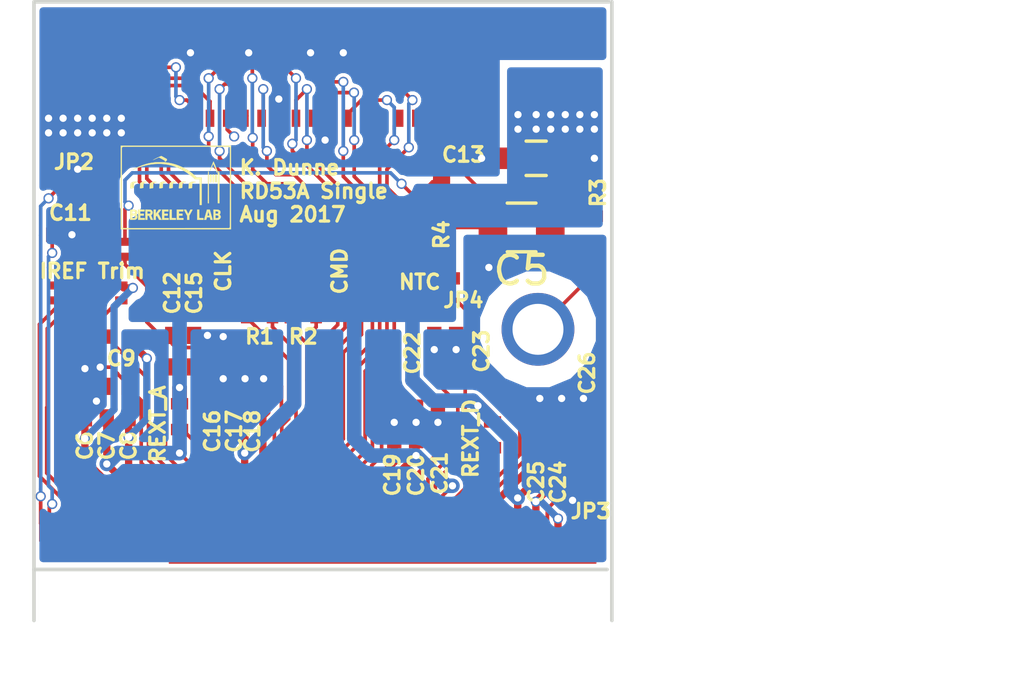
<source format=kicad_pcb>
(kicad_pcb (version 4) (host pcbnew 4.0.6)
  (layers (0 F.Cu signal) (31 B.Cu signal) (34 B.Paste user) (35 F.Paste user) (36 B.SilkS user) (37 F.SilkS user) (38 B.Mask user) (39 F.Mask user hide) (44 Edge.Cuts user))
  (net 0 "")
  (net 1 /RD53A/VIN)
  (net 2 /HV)
  (net 3 /HV_RET)
  (net 4 /CMD_CONN_P)
  (net 5 /0_P)
  (net 6 /0_N)
  (net 7 /1_P)
  (net 8 /1_N)
  (net 9 /2_P)
  (net 10 /2_N)
  (net 11 /3_P)
  (net 12 /3_N)
  (net 13 /NTC_RET)
  (net 14 /NTC)
  (net 15 /RD53A/PLL_RST_B)
  (net 16 /RD53A/DET_GRD0)
  (net 17 "Net-(U4-Pad6)")
  (net 18 /CMD_CONN_N)
  (net 19 "Net-(J1-Pad11)")
  (net 20 "Net-(J1-Pad10)")
  (net 21 "Net-(J1-Pad12)")
  (net 22 /RD53A/SLDO_IOFFSETA)
  (net 23 /RD53A/SLDO_VREFA)
  (net 24 /RD53A/SLDO_VREFD)
  (net 25 /RD53A/SLDO_IOFFSETD)
  (net 26 /RD53A/IREFIN_OUT)
  (net 27 /RD53A/VREFIN_OUT)
  (net 28 /EXT_CMD_CLK_CONN_P)
  (net 29 /EXT_CMD_CLK_CONN_N)
  (net 30 /CMD_N)
  (net 31 /CMD_P)
  (net 32 /EXT_CMD_CLK_N)
  (net 33 /EXT_CMD_CLK_P)
  (net 34 /RD53A/DET_GRD1)
  (net 35 /RD53A/EXT_POR_CAP)
  (net 36 /RD53A/POR_OUT_B)
  (net 37 "Net-(C5-Pad1)")
  (net 38 "Net-(C5-Pad2)")
  (net 39 "Net-(R6-Pad1)")
  (net 40 "Net-(R7-Pad1)")
  (net 41 "Net-(R8-Pad1)")
  (net 42 "Net-(R10-Pad1)")
  (net 43 "Net-(R5-Pad1)")
  (net 44 "Net-(R9-Pad2)")
  (net 45 "Net-(J1-Pad5)")
  (net 46 "Net-(J1-Pad3)")
  (net 47 "Net-(J1-Pad7)")
  (net 48 "Net-(J1-Pad9)")
  (net 49 "Net-(J1-Pad6)")
  (net 50 "Net-(J1-Pad8)")
  (net 51 GND)
  (net 52 "Net-(J1-Pad2)")
  (net 53 "Net-(J1-Pad28)")
  (net 54 /RD53A/VDDA1)
  (net 55 /RD53A/VDDD1)
  (net 56 /RD53A/VDDA2)
  (net 57 /RD53A/VDDD2)
  (net 58 /RD53A/VDDA3)
  (net 59 /RD53A/VDDD3)
  (net 60 /RD53A/VDDA4)
  (net 61 /RD53A/VDDD4)
  (module Resistors_SMD:R_0402_NoSilk (layer F.Cu) (at 157.48 86.926 90)
    (fp_text reference R3 (at 1.27 0.127 90) (layer F.SilkS) (effects (font (size 0.508 0.508) (thickness 0.1143))))
    (fp_text value R)
    (pad 1 smd rect (at -0.45 0 90) (size 0.4 0.6) (layers F.Cu F.Paste F.Mask) (net 37 "Net-(C5-Pad1)"))
    (pad 2 smd rect (at 0.45 0 90) (size 0.4 0.6) (layers F.Cu F.Paste F.Mask) (net 2 /HV))
  )
  (module Resistors_SMD:R_0402_NoSilk (layer F.Cu) (at 143.002 93.472 270)
    (fp_text reference R9 hide)
    (fp_text value R)
    (pad 1 smd rect (at -0.45 0 270) (size 0.4 0.6) (layers F.Cu F.Paste F.Mask) (net 1 /RD53A/VIN))
    (pad 2 smd rect (at 0.45 0 270) (size 0.4 0.6) (layers F.Cu F.Paste F.Mask) (net 44 "Net-(R9-Pad2)"))
  )
  (module Capacitors_SMD:C_0402_NoSilk (layer F.Cu) (at 144.526 92.202 90)
    (fp_text reference C16 (at -1.778 -0.381 90) (layer F.SilkS) (effects (font (size 0.508 0.508) (thickness 0.1143))))
    (fp_text value C)
    (pad 1 smd rect (at -0.55 0 90) (size 0.6 0.5) (layers F.Cu F.Paste F.Mask) (net 56 /RD53A/VDDA2))
    (pad 2 smd rect (at 0.55 0 90) (size 0.6 0.5) (layers F.Cu F.Paste F.Mask) (net 51 GND))
  )
  (module Capacitors_SMD:C_0402_NoSilk (layer F.Cu) (at 140.928 90.678)
    (fp_text reference C9 (at 0.042 0.762) (layer F.SilkS) (effects (font (size 0.508 0.508) (thickness 0.1143))))
    (fp_text value C)
    (pad 1 smd rect (at -0.55 0) (size 0.6 0.5) (layers F.Cu F.Paste F.Mask) (net 35 /RD53A/EXT_POR_CAP))
    (pad 2 smd rect (at 0.55 0) (size 0.6 0.5) (layers F.Cu F.Paste F.Mask) (net 55 /RD53A/VDDD1))
  )
  (module Capacitors_SMD:C_0402_NoSilk (layer F.Cu) (at 139.192 87.122)
    (fp_text reference C11 (at 0 -0.762) (layer F.SilkS) (effects (font (size 0.508 0.508) (thickness 0.1143))))
    (fp_text value C)
    (pad 1 smd rect (at -0.55 0) (size 0.6 0.5) (layers F.Cu F.Paste F.Mask) (net 27 /RD53A/VREFIN_OUT))
    (pad 2 smd rect (at 0.55 0) (size 0.6 0.5) (layers F.Cu F.Paste F.Mask) (net 51 GND))
  )
  (module Capacitors_SMD:C_0402_NoSilk (layer F.Cu) (at 152.019 93.726 90)
    (fp_text reference C21 (at -1.7145 0.0635 270) (layer F.SilkS) (effects (font (size 0.508 0.508) (thickness 0.1143))))
    (fp_text value C)
    (pad 1 smd rect (at -0.55 0 90) (size 0.6 0.5) (layers F.Cu F.Paste F.Mask) (net 59 /RD53A/VDDD3))
    (pad 2 smd rect (at 0.55 0 90) (size 0.6 0.5) (layers F.Cu F.Paste F.Mask) (net 51 GND))
  )
  (module Capacitors_SMD:C_0402_NoSilk (layer F.Cu) (at 146.05 88.392 90)
    (fp_text reference C2 hide)
    (fp_text value C)
    (pad 1 smd rect (at -0.55 0 90) (size 0.6 0.5) (layers F.Cu F.Paste F.Mask) (net 32 /EXT_CMD_CLK_N))
    (pad 2 smd rect (at 0.55 0 90) (size 0.6 0.5) (layers F.Cu F.Paste F.Mask) (net 29 /EXT_CMD_CLK_CONN_N))
  )
  (module Resistors_SMD:R_0402_NoSilk (layer F.Cu) (at 147.32 89.916)
    (fp_text reference R2 (at 0 0.762) (layer F.SilkS) (effects (font (size 0.508 0.508) (thickness 0.1143))))
    (fp_text value 100)
    (pad 1 smd rect (at -0.45 0) (size 0.4 0.6) (layers F.Cu F.Paste F.Mask) (net 31 /CMD_P))
    (pad 2 smd rect (at 0.45 0) (size 0.4 0.6) (layers F.Cu F.Paste F.Mask) (net 30 /CMD_N))
  )
  (module Resistors_SMD:R_0201_NoSilk (layer F.Cu) (at 140.97 89.154 90)
    (fp_text reference R8 hide)
    (fp_text value ~)
    (pad 1 smd rect (at -0.26 0 90) (size 0.28 0.43) (layers F.Cu F.Paste F.Mask) (net 41 "Net-(R8-Pad1)"))
    (pad 2 smd rect (at 0.26 0 90) (size 0.28 0.43) (layers F.Cu F.Paste F.Mask) (net 54 /RD53A/VDDA1))
  )
  (module rd53a_wirebonds:Power_Pad (layer F.Cu) (at 139.7 82.042)
    (fp_text reference U2 hide)
    (fp_text value Solder_Pad)
    (pad 1 smd rect (at 0.00254 0) (size 3 1.3) (layers F.Cu F.Paste F.Mask) (net 51 GND))
  )
  (module module:HV (layer F.Cu) (at 155.50642 90.41638)
    (fp_text reference U3 hide)
    (fp_text value HV)
    (pad 1 thru_hole circle (at 0.00508 0.00762) (size 2.54 2.54) (drill 1.778) (layers *.Cu *.Mask) (net 37 "Net-(C5-Pad1)"))
  )
  (module rd53a_wirebonds:Power_Pad (layer F.Cu) (at 156.21 82.042)
    (fp_text reference U1 hide)
    (fp_text value Solder_Pad)
    (pad 1 smd rect (at 0.00254 0) (size 3 1.3) (layers F.Cu F.Paste F.Mask) (net 1 /RD53A/VIN))
  )
  (module Capacitors_SMD:C_0402_NoSilk (layer F.Cu) (at 145.288 88.392 90)
    (fp_text reference C1 hide)
    (fp_text value C)
    (pad 1 smd rect (at -0.55 0 90) (size 0.6 0.5) (layers F.Cu F.Paste F.Mask) (net 33 /EXT_CMD_CLK_P))
    (pad 2 smd rect (at 0.55 0 90) (size 0.6 0.5) (layers F.Cu F.Paste F.Mask) (net 28 /EXT_CMD_CLK_CONN_P))
  )
  (module Capacitors_SMD:C_0402_NoSilk (layer F.Cu) (at 147.066 88.392 90)
    (fp_text reference C3 hide)
    (fp_text value C)
    (pad 1 smd rect (at -0.55 0 90) (size 0.6 0.5) (layers F.Cu F.Paste F.Mask) (net 31 /CMD_P))
    (pad 2 smd rect (at 0.55 0 90) (size 0.6 0.5) (layers F.Cu F.Paste F.Mask) (net 4 /CMD_CONN_P))
  )
  (module Capacitors_SMD:C_0402_NoSilk (layer F.Cu) (at 147.828 88.392 90)
    (fp_text reference C4 hide)
    (fp_text value C)
    (pad 1 smd rect (at -0.55 0 90) (size 0.6 0.5) (layers F.Cu F.Paste F.Mask) (net 30 /CMD_N))
    (pad 2 smd rect (at 0.55 0 90) (size 0.6 0.5) (layers F.Cu F.Paste F.Mask) (net 18 /CMD_CONN_N))
  )
  (module Capacitors_SMD:C_0402_NoSilk (layer F.Cu) (at 139.7 92.964 90)
    (fp_text reference C6 (at -1.524 0 90) (layer F.SilkS) (effects (font (size 0.508 0.508) (thickness 0.1143))))
    (fp_text value C)
    (pad 1 smd rect (at -0.55 0 90) (size 0.6 0.5) (layers F.Cu F.Paste F.Mask) (net 54 /RD53A/VDDA1))
    (pad 2 smd rect (at 0.55 0 90) (size 0.6 0.5) (layers F.Cu F.Paste F.Mask) (net 51 GND))
  )
  (module Capacitors_SMD:C_0402_NoSilk (layer F.Cu) (at 140.462 92.964 90)
    (fp_text reference C7 (at -1.524 0 90) (layer F.SilkS) (effects (font (size 0.508 0.508) (thickness 0.1143))))
    (fp_text value C)
    (pad 1 smd rect (at -0.55 0 90) (size 0.6 0.5) (layers F.Cu F.Paste F.Mask) (net 1 /RD53A/VIN))
    (pad 2 smd rect (at 0.55 0 90) (size 0.6 0.5) (layers F.Cu F.Paste F.Mask) (net 51 GND))
  )
  (module Capacitors_SMD:C_0402_NoSilk (layer F.Cu) (at 141.224 92.964 90)
    (fp_text reference C8 (at -1.524 0 90) (layer F.SilkS) (effects (font (size 0.508 0.508) (thickness 0.1143))))
    (fp_text value C)
    (pad 1 smd rect (at -0.55 0 90) (size 0.6 0.5) (layers F.Cu F.Paste F.Mask) (net 55 /RD53A/VDDD1))
    (pad 2 smd rect (at 0.55 0 90) (size 0.6 0.5) (layers F.Cu F.Paste F.Mask) (net 51 GND))
  )
  (module Capacitors_SMD:C_0402_NoSilk (layer F.Cu) (at 142.748 91.186 90)
    (fp_text reference C12 (at 2.032 0 90) (layer F.SilkS) (effects (font (size 0.508 0.508) (thickness 0.1143))))
    (fp_text value C)
    (pad 1 smd rect (at -0.55 0 90) (size 0.6 0.5) (layers F.Cu F.Paste F.Mask) (net 22 /RD53A/SLDO_IOFFSETA))
    (pad 2 smd rect (at 0.55 0 90) (size 0.6 0.5) (layers F.Cu F.Paste F.Mask) (net 51 GND))
  )
  (module Capacitors_SMD:C_0402_NoSilk (layer F.Cu) (at 143.51 91.186 90)
    (fp_text reference C15 (at 2.032 0 90) (layer F.SilkS) (effects (font (size 0.508 0.508) (thickness 0.1143))))
    (fp_text value C)
    (pad 1 smd rect (at -0.55 0 90) (size 0.6 0.5) (layers F.Cu F.Paste F.Mask) (net 23 /RD53A/SLDO_VREFA))
    (pad 2 smd rect (at 0.55 0 90) (size 0.6 0.5) (layers F.Cu F.Paste F.Mask) (net 51 GND))
  )
  (module Capacitors_SMD:C_0402_NoSilk (layer F.Cu) (at 145.288 92.202 90)
    (fp_text reference C17 (at -1.778 -0.381 90) (layer F.SilkS) (effects (font (size 0.508 0.508) (thickness 0.1143))))
    (fp_text value C)
    (pad 1 smd rect (at -0.55 0 90) (size 0.6 0.5) (layers F.Cu F.Paste F.Mask) (net 1 /RD53A/VIN))
    (pad 2 smd rect (at 0.55 0 90) (size 0.6 0.5) (layers F.Cu F.Paste F.Mask) (net 51 GND))
  )
  (module Capacitors_SMD:C_0402_NoSilk (layer F.Cu) (at 146.05 92.202 90)
    (fp_text reference C18 (at -1.778 -0.508 90) (layer F.SilkS) (effects (font (size 0.508 0.508) (thickness 0.1143))))
    (fp_text value C)
    (pad 1 smd rect (at -0.55 0 90) (size 0.6 0.5) (layers F.Cu F.Paste F.Mask) (net 57 /RD53A/VDDD2))
    (pad 2 smd rect (at 0.55 0 90) (size 0.6 0.5) (layers F.Cu F.Paste F.Mask) (net 51 GND))
  )
  (module Capacitors_SMD:C_0402_NoSilk (layer F.Cu) (at 150.495 93.726 90)
    (fp_text reference C19 (at -1.778 -0.0635 90) (layer F.SilkS) (effects (font (size 0.508 0.508) (thickness 0.1143))))
    (fp_text value C)
    (pad 1 smd rect (at -0.55 0 90) (size 0.6 0.5) (layers F.Cu F.Paste F.Mask) (net 58 /RD53A/VDDA3))
    (pad 2 smd rect (at 0.55 0 90) (size 0.6 0.5) (layers F.Cu F.Paste F.Mask) (net 51 GND))
  )
  (module Capacitors_SMD:C_0402_NoSilk (layer F.Cu) (at 151.257 93.726 90)
    (fp_text reference C20 (at -1.778 0 90) (layer F.SilkS) (effects (font (size 0.508 0.508) (thickness 0.1143))))
    (fp_text value C)
    (pad 1 smd rect (at -0.55 0 90) (size 0.6 0.5) (layers F.Cu F.Paste F.Mask) (net 1 /RD53A/VIN))
    (pad 2 smd rect (at 0.55 0 90) (size 0.6 0.5) (layers F.Cu F.Paste F.Mask) (net 51 GND))
  )
  (module Capacitors_SMD:C_0402_NoSilk (layer F.Cu) (at 151.892 91.186 90)
    (fp_text reference C22 (at -0.0635 -0.762 90) (layer F.SilkS) (effects (font (size 0.508 0.508) (thickness 0.1143))))
    (fp_text value C)
    (pad 1 smd rect (at -0.55 0 90) (size 0.6 0.5) (layers F.Cu F.Paste F.Mask) (net 24 /RD53A/SLDO_VREFD))
    (pad 2 smd rect (at 0.55 0 90) (size 0.6 0.5) (layers F.Cu F.Paste F.Mask) (net 51 GND))
  )
  (module Capacitors_SMD:C_0402_NoSilk (layer F.Cu) (at 152.654 91.186 90)
    (fp_text reference C23 (at 0 0.889 90) (layer F.SilkS) (effects (font (size 0.508 0.508) (thickness 0.1143))))
    (fp_text value C)
    (pad 1 smd rect (at -0.55 0 90) (size 0.6 0.5) (layers F.Cu F.Paste F.Mask) (net 25 /RD53A/SLDO_IOFFSETD))
    (pad 2 smd rect (at 0.55 0 90) (size 0.6 0.5) (layers F.Cu F.Paste F.Mask) (net 51 GND))
  )
  (module Capacitors_SMD:C_0402_NoSilk (layer F.Cu) (at 156.337 93.98 270)
    (fp_text reference C24 (at 1.778 0.127 270) (layer F.SilkS) (effects (font (size 0.508 0.508) (thickness 0.1143))))
    (fp_text value C)
    (pad 1 smd rect (at -0.55 0 270) (size 0.6 0.5) (layers F.Cu F.Paste F.Mask) (net 51 GND))
    (pad 2 smd rect (at 0.55 0 270) (size 0.6 0.5) (layers F.Cu F.Paste F.Mask) (net 1 /RD53A/VIN))
  )
  (module Capacitors_SMD:C_0402_NoSilk (layer F.Cu) (at 155.575 93.98 270)
    (fp_text reference C25 (at 1.778 0.127 270) (layer F.SilkS) (effects (font (size 0.508 0.508) (thickness 0.1143))))
    (fp_text value C)
    (pad 1 smd rect (at -0.55 0 270) (size 0.6 0.5) (layers F.Cu F.Paste F.Mask) (net 51 GND))
    (pad 2 smd rect (at 0.55 0 270) (size 0.6 0.5) (layers F.Cu F.Paste F.Mask) (net 60 /RD53A/VDDA4))
  )
  (module Capacitors_SMD:C_0402_NoSilk (layer F.Cu) (at 157.099 93.98 270)
    (fp_text reference C26 (at -2.032 -0.127 270) (layer F.SilkS) (effects (font (size 0.508 0.508) (thickness 0.1143))))
    (fp_text value C)
    (pad 1 smd rect (at -0.55 0 270) (size 0.6 0.5) (layers F.Cu F.Paste F.Mask) (net 51 GND))
    (pad 2 smd rect (at 0.55 0 270) (size 0.6 0.5) (layers F.Cu F.Paste F.Mask) (net 61 /RD53A/VDDD4))
  )
  (module Resistors_SMD:R_0201_NoSilk (layer F.Cu) (at 141.097 87.63 90)
    (fp_text reference JP1 hide)
    (fp_text value ~)
    (pad 1 smd rect (at -0.26 0 90) (size 0.28 0.43) (layers F.Cu F.Paste F.Mask) (net 36 /RD53A/POR_OUT_B))
    (pad 2 smd rect (at 0.26 0 90) (size 0.28 0.43) (layers F.Cu F.Paste F.Mask) (net 15 /RD53A/PLL_RST_B))
  )
  (module Resistors_SMD:R_0402_NoSilk (layer F.Cu) (at 145.796 89.916)
    (fp_text reference R1 (at 0 0.762) (layer F.SilkS) (effects (font (size 0.508 0.508) (thickness 0.1143))))
    (fp_text value 100)
    (pad 1 smd rect (at -0.45 0) (size 0.4 0.6) (layers F.Cu F.Paste F.Mask) (net 33 /EXT_CMD_CLK_P))
    (pad 2 smd rect (at 0.45 0) (size 0.4 0.6) (layers F.Cu F.Paste F.Mask) (net 32 /EXT_CMD_CLK_N))
  )
  (module Resistors_SMD:R_0201_NoSilk (layer F.Cu) (at 138.684 89.154 90)
    (fp_text reference R5 hide)
    (fp_text value ~)
    (pad 1 smd rect (at -0.26 0 90) (size 0.28 0.43) (layers F.Cu F.Paste F.Mask) (net 43 "Net-(R5-Pad1)"))
    (pad 2 smd rect (at 0.26 0 90) (size 0.28 0.43) (layers F.Cu F.Paste F.Mask) (net 54 /RD53A/VDDA1))
  )
  (module Resistors_SMD:R_0201_NoSilk (layer F.Cu) (at 139.446 89.154 90)
    (fp_text reference R6 hide)
    (fp_text value ~)
    (pad 1 smd rect (at -0.26 0 90) (size 0.28 0.43) (layers F.Cu F.Paste F.Mask) (net 39 "Net-(R6-Pad1)"))
    (pad 2 smd rect (at 0.26 0 90) (size 0.28 0.43) (layers F.Cu F.Paste F.Mask) (net 54 /RD53A/VDDA1))
  )
  (module Resistors_SMD:R_0201_NoSilk (layer F.Cu) (at 140.208 89.154 90)
    (fp_text reference R7 hide)
    (fp_text value ~)
    (pad 1 smd rect (at -0.26 0 90) (size 0.28 0.43) (layers F.Cu F.Paste F.Mask) (net 40 "Net-(R7-Pad1)"))
    (pad 2 smd rect (at 0.26 0 90) (size 0.28 0.43) (layers F.Cu F.Paste F.Mask) (net 54 /RD53A/VDDA1))
  )
  (module Resistors_SMD:R_0402_NoSilk (layer F.Cu) (at 153.924 94.107 90)
    (fp_text reference R10 hide)
    (fp_text value R)
    (pad 1 smd rect (at -0.45 0 90) (size 0.4 0.6) (layers F.Cu F.Paste F.Mask) (net 42 "Net-(R10-Pad1)"))
    (pad 2 smd rect (at 0.45 0 90) (size 0.4 0.6) (layers F.Cu F.Paste F.Mask) (net 1 /RD53A/VIN))
  )
  (module Resistors_SMD:R_0402_NoSilk (layer F.Cu) (at 151.384 89.662 180)
    (fp_text reference TH1 hide)
    (fp_text value Thermistor)
    (pad 1 smd rect (at -0.45 0 180) (size 0.4 0.6) (layers F.Cu F.Paste F.Mask) (net 13 /NTC_RET))
    (pad 2 smd rect (at 0.45 0 180) (size 0.4 0.6) (layers F.Cu F.Paste F.Mask) (net 14 /NTC))
  )
  (module module:conn (layer F.Cu) (at 152.465492 83.058 180)
    (fp_text reference J1 hide)
    (fp_text value Conn_rd53a_single)
    (pad 34 smd rect (at -1.275 2.8 180) (size 0.35 1) (layers F.Cu F.Paste F.Mask))
    (pad 4 smd rect (at 0.6 0 180) (size 0.3 0.6) (layers F.Cu F.Paste F.Mask) (net 3 /HV_RET))
    (pad 5 smd rect (at 0.9 3.065 180) (size 0.3 0.7) (layers F.Cu F.Paste F.Mask) (net 45 "Net-(J1-Pad5)"))
    (pad 1 smd rect (at -0.3 3.065 180) (size 0.3 0.7) (layers F.Cu F.Paste F.Mask) (net 2 /HV))
    (pad 2 smd rect (at 0 0 180) (size 0.3 0.6) (layers F.Cu F.Paste F.Mask) (net 52 "Net-(J1-Pad2)"))
    (pad 3 smd rect (at 0.3 3.065 180) (size 0.3 0.7) (layers F.Cu F.Paste F.Mask) (net 46 "Net-(J1-Pad3)"))
    (pad 7 smd rect (at 1.5 3.065 180) (size 0.3 0.7) (layers F.Cu F.Paste F.Mask) (net 47 "Net-(J1-Pad7)"))
    (pad 9 smd rect (at 2.1 3.065 180) (size 0.3 0.7) (layers F.Cu F.Paste F.Mask) (net 48 "Net-(J1-Pad9)"))
    (pad 11 smd rect (at 2.7 3.065 180) (size 0.3 0.7) (layers F.Cu F.Paste F.Mask) (net 19 "Net-(J1-Pad11)"))
    (pad 13 smd rect (at 3.3 3.065 180) (size 0.3 0.7) (layers F.Cu F.Paste F.Mask) (net 13 /NTC_RET))
    (pad 15 smd rect (at 3.9 3.065 180) (size 0.3 0.7) (layers F.Cu F.Paste F.Mask) (net 51 GND))
    (pad 17 smd rect (at 4.5 3.065 180) (size 0.3 0.7) (layers F.Cu F.Paste F.Mask) (net 5 /0_P))
    (pad 19 smd rect (at 5.1 3.065 180) (size 0.3 0.7) (layers F.Cu F.Paste F.Mask) (net 51 GND))
    (pad 21 smd rect (at 5.7 3.065 180) (size 0.3 0.7) (layers F.Cu F.Paste F.Mask) (net 7 /1_P))
    (pad 23 smd rect (at 6.3 3.065 180) (size 0.3 0.7) (layers F.Cu F.Paste F.Mask) (net 9 /2_P))
    (pad 25 smd rect (at 6.9 3.065 180) (size 0.3 0.7) (layers F.Cu F.Paste F.Mask) (net 51 GND))
    (pad 27 smd rect (at 7.5 3.065 180) (size 0.3 0.7) (layers F.Cu F.Paste F.Mask) (net 11 /3_P))
    (pad 29 smd rect (at 8.1 3.065 180) (size 0.3 0.7) (layers F.Cu F.Paste F.Mask) (net 4 /CMD_CONN_P))
    (pad 31 smd rect (at 8.7 3.065 180) (size 0.3 0.7) (layers F.Cu F.Paste F.Mask) (net 51 GND))
    (pad 33 smd rect (at 9.3 3.065 180) (size 0.3 0.7) (layers F.Cu F.Paste F.Mask) (net 28 /EXT_CMD_CLK_CONN_P))
    (pad 6 smd rect (at 1.2 0 180) (size 0.3 0.6) (layers F.Cu F.Paste F.Mask) (net 49 "Net-(J1-Pad6)"))
    (pad 8 smd rect (at 1.8 0 180) (size 0.3 0.6) (layers F.Cu F.Paste F.Mask) (net 50 "Net-(J1-Pad8)"))
    (pad 10 smd rect (at 2.4 0 180) (size 0.3 0.6) (layers F.Cu F.Paste F.Mask) (net 20 "Net-(J1-Pad10)"))
    (pad 12 smd rect (at 3 0 180) (size 0.3 0.6) (layers F.Cu F.Paste F.Mask) (net 21 "Net-(J1-Pad12)"))
    (pad 14 smd rect (at 3.6 0 180) (size 0.3 0.6) (layers F.Cu F.Paste F.Mask) (net 14 /NTC))
    (pad 16 smd rect (at 4.2 0 180) (size 0.3 0.6) (layers F.Cu F.Paste F.Mask) (net 51 GND))
    (pad 18 smd rect (at 4.8 0 180) (size 0.3 0.6) (layers F.Cu F.Paste F.Mask) (net 6 /0_N))
    (pad 20 smd rect (at 5.4 0 180) (size 0.3 0.6) (layers F.Cu F.Paste F.Mask) (net 8 /1_N))
    (pad 22 smd rect (at 6 0 180) (size 0.3 0.6) (layers F.Cu F.Paste F.Mask) (net 51 GND))
    (pad 24 smd rect (at 6.6 0 180) (size 0.3 0.6) (layers F.Cu F.Paste F.Mask) (net 10 /2_N))
    (pad 26 smd rect (at 7.2 0 180) (size 0.3 0.6) (layers F.Cu F.Paste F.Mask) (net 12 /3_N))
    (pad 28 smd rect (at 7.8 0 180) (size 0.3 0.6) (layers F.Cu F.Paste F.Mask) (net 53 "Net-(J1-Pad28)"))
    (pad 30 smd rect (at 8.4 0 180) (size 0.3 0.6) (layers F.Cu F.Paste F.Mask) (net 18 /CMD_CONN_N))
    (pad 32 smd rect (at 9 0 180) (size 0.3 0.6) (layers F.Cu F.Paste F.Mask) (net 29 /EXT_CMD_CLK_CONN_N))
    (pad 35 smd rect (at 10.27 2.8 180) (size 0.35 1) (layers F.Cu F.Paste F.Mask))
  )
  (module Resistors_SMD:R_0201_NoSilk (layer F.Cu) (at 139.192 85.344 180)
    (fp_text reference JP2 (at -0.127 0.762 180) (layer F.SilkS) (effects (font (size 0.508 0.508) (thickness 0.1143))))
    (fp_text value ~)
    (pad 1 smd rect (at -0.26 0 180) (size 0.28 0.43) (layers F.Cu F.Paste F.Mask) (net 51 GND))
    (pad 2 smd rect (at 0.26 0 180) (size 0.28 0.43) (layers F.Cu F.Paste F.Mask) (net 16 /RD53A/DET_GRD0))
  )
  (module Resistors_SMD:R_0201_NoSilk (layer F.Cu) (at 157.353 96.139 180)
    (fp_text reference JP3 (at 0 -0.635 180) (layer F.SilkS) (effects (font (size 0.508 0.508) (thickness 0.1143))))
    (fp_text value ~)
    (pad 1 smd rect (at -0.26 0 180) (size 0.28 0.43) (layers F.Cu F.Paste F.Mask) (net 34 /RD53A/DET_GRD1))
    (pad 2 smd rect (at 0.26 0 180) (size 0.28 0.43) (layers F.Cu F.Paste F.Mask) (net 51 GND))
  )
  (module Resistors_SMD:R_0201_NoSilk (layer F.Cu) (at 152.908 88.646 180)
    (fp_text reference JP4 (at 0 -0.762 180) (layer F.SilkS) (effects (font (size 0.508 0.508) (thickness 0.1143))))
    (fp_text value ~)
    (pad 1 smd rect (at -0.26 0 180) (size 0.28 0.43) (layers F.Cu F.Paste F.Mask) (net 51 GND))
    (pad 2 smd rect (at 0.26 0 180) (size 0.28 0.43) (layers F.Cu F.Paste F.Mask) (net 3 /HV_RET))
  )
  (module Resistors_SMD:R_0402_NoSilk (layer F.Cu) (at 152.146 85.725 90)
    (fp_text reference R4 (at -1.397 0 90) (layer F.SilkS) (effects (font (size 0.508 0.508) (thickness 0.1143))))
    (fp_text value R)
    (pad 1 smd rect (at -0.45 0 90) (size 0.4 0.6) (layers F.Cu F.Paste F.Mask) (net 38 "Net-(C5-Pad2)"))
    (pad 2 smd rect (at 0.45 0 90) (size 0.4 0.6) (layers F.Cu F.Paste F.Mask) (net 3 /HV_RET))
  )
  (module Capacitors_SMD:C_0603_HandSoldering (layer F.Cu) (at 155.448 84.455 180)
    (fp_text reference C13 (at 2.54 0.127 180) (layer F.SilkS) (effects (font (size 0.508 0.508) (thickness 0.1143))))
    (fp_text value C)
    (pad 1 smd rect (at -0.95 0 180) (size 1.2 0.75) (layers F.Cu F.Paste F.Mask) (net 1 /RD53A/VIN))
    (pad 2 smd rect (at 0.95 0 180) (size 1.2 0.75) (layers F.Cu F.Paste F.Mask) (net 51 GND))
  )
  (module module:lbnl_logo_tiny (layer F.Cu) (at 142.875 85.471)
    (fp_text reference G*** hide)
    (fp_text value LOGO hide)
  )
  (module Capacitors_SMD:C_0805 (layer F.Cu) (at 154.94 86.868 180)
    (fp_text reference C5 (at 0 -1.5 180) (layer F.SilkS))
    (fp_text value C)
    (pad 1 smd rect (at -1 0 180) (size 1 1.25) (layers F.Cu F.Paste F.Mask) (net 37 "Net-(C5-Pad1)"))
    (pad 2 smd rect (at 1 0 180) (size 1 1.25) (layers F.Cu F.Paste F.Mask) (net 38 "Net-(C5-Pad2)"))
  )
  (module rd53a_wirebonds:rd53a_wirebonds (layer F.Cu) (at 138.1506 98.933)
    (fp_text reference U4 hide)
    (fp_text value RD53A)
    (pad 14 smd rect (at 12.49934 -0.8382) (size 2.16916 0.254) (layers F.Cu F.Paste F.Mask) (net 51 GND) (clearance 0.0254))
    (pad 14 smd rect (at 8.6614 -0.8382) (size 5.207 0.254) (layers F.Cu F.Paste F.Mask) (net 51 GND) (clearance 0.0254))
    (pad 14 smd rect (at 16.66494 -0.8382) (size 2.16916 0.254) (layers F.Cu F.Paste F.Mask) (net 51 GND) (clearance 0.0254))
    (pad 14 smd rect (at 3.1496 -0.8382) (size 2.4257 0.254) (layers F.Cu F.Paste F.Mask) (net 51 GND) (clearance 0.0254))
    (pad 14 smd rect (at 4.30022 -1.4224) (size 0.127 1.3716) (layers F.Cu F.Paste F.Mask) (net 51 GND) (clearance 0.0254))
    (pad 14 smd rect (at 2.1209 -1.4224) (size 0.381 1.3716) (layers F.Cu F.Paste F.Mask) (net 51 GND) (clearance 0.0254))
    (pad 14 smd rect (at 8.16102 -1.4224) (size 0.127 1.3716) (layers F.Cu F.Paste F.Mask) (net 51 GND) (clearance 0.0254))
    (pad 14 smd rect (at 11.47318 -1.4224) (size 0.127 1.3716) (layers F.Cu F.Paste F.Mask) (net 51 GND) (clearance 0.0254))
    (pad 14 smd rect (at 13.52042 -1.4224) (size 0.127 1.3716) (layers F.Cu F.Paste F.Mask) (net 51 GND) (clearance 0.0254))
    (pad 14 smd rect (at 6.096 -1.397) (size 0.127 1.3716) (layers F.Cu F.Paste F.Mask) (net 51 GND) (clearance 0.0254))
    (pad 14 smd rect (at 17.68602 -1.42748) (size 0.127 1.3716) (layers F.Cu F.Paste F.Mask) (net 51 GND) (clearance 0.0254))
    (pad 14 smd rect (at 15.63116 -1.42748) (size 0.127 1.3716) (layers F.Cu F.Paste F.Mask) (net 51 GND) (clearance 0.0254))
    (pad 144 smd rect (at 14.54277 -1.60274) (size 0.127 1) (layers F.Cu F.Paste F.Mask) (net 42 "Net-(R10-Pad1)") (clearance 0.0254))
    (pad 143 smd rect (at 14.288516 -1.6002) (size 0.127 1) (layers F.Cu F.Paste F.Mask) (net 25 /RD53A/SLDO_IOFFSETD) (clearance 0.0254))
    (pad 109 smd rect (at 11.217148 -1.6002) (size 0.127 1) (layers F.Cu F.Paste F.Mask) (net 6 /0_N) (clearance 0.0254))
    (pad 108 smd rect (at 10.962894 -1.6002) (size 0.127 1) (layers F.Cu F.Paste F.Mask) (net 5 /0_P) (clearance 0.0254))
    (pad 106 smd rect (at 10.70864 -1.6002) (size 0.127 1) (layers F.Cu F.Paste F.Mask) (net 8 /1_N) (clearance 0.0254))
    (pad 105 smd rect (at 10.454386 -1.6002) (size 0.127 1) (layers F.Cu F.Paste F.Mask) (net 7 /1_P) (clearance 0.0254))
    (pad 103 smd rect (at 10.200132 -1.6002) (size 0.127 1) (layers F.Cu F.Paste F.Mask) (net 10 /2_N) (clearance 0.0254))
    (pad 102 smd rect (at 9.945878 -1.6002) (size 0.127 1) (layers F.Cu F.Paste F.Mask) (net 9 /2_P) (clearance 0.0254))
    (pad 100 smd rect (at 9.691624 -1.6002) (size 0.127 1) (layers F.Cu F.Paste F.Mask) (net 12 /3_N) (clearance 0.0254))
    (pad 99 smd rect (at 9.43737 -1.6002) (size 0.127 1) (layers F.Cu F.Paste F.Mask) (net 11 /3_P) (clearance 0.0254))
    (pad 92 smd rect (at 9.183116 -1.6002) (size 0.127 1) (layers F.Cu F.Paste F.Mask) (net 30 /CMD_N) (clearance 0.0254))
    (pad 91 smd rect (at 8.928862 -1.6002) (size 0.127 1) (layers F.Cu F.Paste F.Mask) (net 31 /CMD_P) (clearance 0.0254))
    (pad 90 smd rect (at 8.6741 -1.6002) (size 0.127 1) (layers F.Cu F.Paste F.Mask) (net 32 /EXT_CMD_CLK_N) (clearance 0.0254))
    (pad 89 smd rect (at 8.41883 -1.6002) (size 0.127 1) (layers F.Cu F.Paste F.Mask) (net 33 /EXT_CMD_CLK_P) (clearance 0.0254))
    (pad 59 smd rect (at 5.830824 -1.6002) (size 0.127 1) (layers F.Cu F.Paste F.Mask) (net 23 /RD53A/SLDO_VREFA) (clearance 0.0254))
    (pad 57 smd rect (at 5.576316 -1.6002) (size 0.127 1) (layers F.Cu F.Paste F.Mask) (net 44 "Net-(R9-Pad2)") (clearance 0.0254))
    (pad 56 smd rect (at 5.322062 -1.6002) (size 0.127 1) (layers F.Cu F.Paste F.Mask) (net 1 /RD53A/VIN) (clearance 0.0254))
    (pad 55 smd rect (at 5.067808 -1.6002) (size 0.127 1) (layers F.Cu F.Paste F.Mask) (net 22 /RD53A/SLDO_IOFFSETA) (clearance 0.0254))
    (pad 44 smd rect (at 4.813554 -1.6002) (size 0.127 1) (layers F.Cu F.Paste F.Mask) (net 36 /RD53A/POR_OUT_B) (clearance 0.0254))
    (pad 43 smd rect (at 4.5593 -1.6002) (size 0.127 1) (layers F.Cu F.Paste F.Mask) (net 35 /RD53A/EXT_POR_CAP) (clearance 0.0254))
    (pad 198 smd rect (at 19.6342 -1.6002) (size 0.127 1) (layers F.Cu F.Paste F.Mask) (net 34 /RD53A/DET_GRD1) (clearance 0.0254))
    (pad 149 smd rect (at 14.797024 -1.60274) (size 0.127 1) (layers F.Cu F.Paste F.Mask) (net 15 /RD53A/PLL_RST_B) (clearance 0.0254))
    (pad 142 smd rect (at 14.034262 -1.6002) (size 0.127 1) (layers F.Cu F.Paste F.Mask) (net 1 /RD53A/VIN) (clearance 0.0254))
    (pad 140 smd rect (at 13.779754 -1.6002) (size 0.127 1) (layers F.Cu F.Paste F.Mask) (net 24 /RD53A/SLDO_VREFD) (clearance 0.0254))
    (pad 70 smd rect (at 7.1247 -1.6002) (size 0.635 1) (layers F.Cu F.Paste F.Mask) (net 1 /RD53A/VIN) (clearance 0.0254))
    (pad 122 smd rect (at 12.49426 -1.60274) (size 0.635 1) (layers F.Cu F.Paste F.Mask) (net 1 /RD53A/VIN) (clearance 0.0254))
    (pad 117 smd rect (at 11.85926 -1.6002) (size 0.381 1) (layers F.Cu F.Paste F.Mask) (net 58 /RD53A/VDDA3) (clearance 0.0254))
    (pad 134 smd rect (at 13.12926 -1.6002) (size 0.381 1) (layers F.Cu F.Paste F.Mask) (net 59 /RD53A/VDDD3) (clearance 0.0254))
    (pad 166 smd rect (at 16.65224 -1.6002) (size 0.635 1) (layers F.Cu F.Paste F.Mask) (net 1 /RD53A/VIN) (clearance 0.0254))
    (pad 161 smd rect (at 16.0147 -1.60274) (size 0.381 1) (layers F.Cu F.Paste F.Mask) (net 60 /RD53A/VDDA4) (clearance 0.0254))
    (pad 174 smd rect (at 17.28724 -1.6002) (size 0.381 1) (layers F.Cu F.Paste F.Mask) (net 61 /RD53A/VDDD4) (clearance 0.0254))
    (pad 65 smd rect (at 6.4897 -1.6002) (size 0.381 1) (layers F.Cu F.Paste F.Mask) (net 56 /RD53A/VDDA2) (clearance 0.0254))
    (pad 78 smd rect (at 7.7597 -1.6002) (size 0.381 1) (layers F.Cu F.Paste F.Mask) (net 57 /RD53A/VDDD2) (clearance 0.0254))
    (pad 33 smd rect (at 3.8989 -1.6002) (size 0.381 1) (layers F.Cu F.Paste F.Mask) (net 55 /RD53A/VDDD1) (clearance 0.0254))
    (pad 20 smd rect (at 2.6289 -1.6002) (size 0.381 1) (layers F.Cu F.Paste F.Mask) (net 54 /RD53A/VDDA1) (clearance 0.0254))
    (pad 25 smd rect (at 3.2639 -1.6002) (size 0.635 1) (layers F.Cu F.Paste F.Mask) (net 1 /RD53A/VIN) (clearance 0.0254))
    (pad 1 smd rect (at 0.0127 -1.6002) (size 0.127 1) (layers F.Cu F.Paste F.Mask) (net 16 /RD53A/DET_GRD0) (clearance 0.0254))
    (pad 2 smd rect (at 0.30734 -1.6002) (size 0.2032 1) (layers F.Cu F.Paste F.Mask) (net 27 /RD53A/VREFIN_OUT) (clearance 0.0254))
    (pad 8 smd rect (at 0.64008 -1.6002) (size 0.2032 1) (layers F.Cu F.Paste F.Mask) (net 26 /RD53A/IREFIN_OUT) (clearance 0.0254))
    (pad 10 smd rect (at 0.9398 -1.6002) (size 0.127 1) (layers F.Cu F.Paste F.Mask) (net 43 "Net-(R5-Pad1)") (clearance 0.0254))
    (pad 11 smd rect (at 1.205738 -1.6002) (size 0.127 1) (layers F.Cu F.Paste F.Mask) (net 39 "Net-(R6-Pad1)") (clearance 0.0254))
    (pad 12 smd rect (at 1.4732 -1.6002) (size 0.127 1) (layers F.Cu F.Paste F.Mask) (net 40 "Net-(R7-Pad1)") (clearance 0.0254))
    (pad 13 smd rect (at 1.739646 -1.6002) (size 0.127 1) (layers F.Cu F.Paste F.Mask) (net 41 "Net-(R8-Pad1)") (clearance 0.0254))
    (pad 174 smd rect (at 11.938 -0.45466) (size 14.923287 0.254) (layers F.Cu F.Paste F.Mask) (net 61 /RD53A/VDDD4) (clearance 0.0254))
  )
  (gr_text "K. Dunne\nRD53A Single\nAug 2017" (at 145.034 85.598) (layer F.SilkS) (effects (font (size 0.508 0.508) (thickness 0.1143)) (justify left)))
  (gr_text NTC (at 151.384 88.773) (layer F.SilkS) (effects (font (size 0.508 0.508) (thickness 0.1143))))
  (gr_line (start 157.988 78.994) (end 137.988 78.994) (layer Edge.Cuts) (width 0.127))
  (gr_text REXT_D (at 153.162 94.234 90) (layer F.SilkS) (effects (font (size 0.508 0.508) (thickness 0.1143))))
  (gr_text REXT_A (at 142.24 93.726 90) (layer F.SilkS) (effects (font (size 0.508 0.508) (thickness 0.1143))))
  (gr_text CMD (at 148.59 88.392 90) (layer F.SilkS) (effects (font (size 0.508 0.508) (thickness 0.1143))))
  (gr_text CLK (at 144.526 88.392 90) (layer F.SilkS) (effects (font (size 0.508 0.508) (thickness 0.1143))))
  (gr_text "IREF Trim" (at 139.954 88.392) (layer F.SilkS) (effects (font (size 0.508 0.508) (thickness 0.1143))))
  (gr_line (start 157.922 98.806) (end 137.922 98.806) (layer Edge.Cuts) (width 0.127))
  (gr_line (start 158.0896 100.584) (end 158.0896 78.994) (layer Edge.Cuts) (width 0.127))
  (gr_line (start 137.922 100.584) (end 137.922 78.994) (layer Edge.Cuts) (width 0.127))
  (segment (start 156.398 84.455) (end 157.48 84.455) (width 0.254) (layer F.Cu) (net 1))
  (via (at 157.48 84.455) (size 0.3556) (drill 0.254) (layers F.Cu B.Cu) (net 1))
  (segment (start 145.2753 96.012) (end 145.2753 94.742) (width 0.254) (layer F.Cu) (net 1))
  (segment (start 145.2753 94.742) (end 145.2753 94.488) (width 0.254) (layer F.Cu) (net 1))
  (segment (start 147.002511 90.106511) (end 147.002511 93.014789) (width 0.508) (layer B.Cu) (net 1))
  (segment (start 147.002511 93.014789) (end 145.2753 94.742) (width 0.508) (layer B.Cu) (net 1))
  (via (at 145.2753 94.742) (size 0.3556) (drill 0.254) (layers F.Cu B.Cu) (net 1))
  (segment (start 140.843 94.742) (end 140.462 95.123) (width 0.508) (layer B.Cu) (net 1))
  (segment (start 143.002 94.742) (end 140.843 94.742) (width 0.508) (layer B.Cu) (net 1))
  (via (at 140.462 95.123) (size 0.3556) (drill 0.254) (layers F.Cu B.Cu) (net 1))
  (segment (start 140.97 95.631) (end 141.4145 96.0755) (width 0.254) (layer F.Cu) (net 1))
  (segment (start 140.462 95.123) (end 140.97 95.631) (width 0.254) (layer F.Cu) (net 1))
  (segment (start 143.472662 95.25) (end 143.472662 95.212662) (width 0.127) (layer F.Cu) (net 1))
  (segment (start 143.472662 95.212662) (end 143.002 94.742) (width 0.127) (layer F.Cu) (net 1))
  (segment (start 141.4145 96.0755) (end 141.4145 97.3328) (width 0.254) (layer F.Cu) (net 1))
  (segment (start 143.472662 97.3328) (end 143.472662 95.25) (width 0.127) (layer F.Cu) (net 1))
  (via (at 143.002 94.742) (size 0.3556) (drill 0.254) (layers F.Cu B.Cu) (net 1))
  (segment (start 143.002 92.456) (end 143.002 94.742) (width 0.508) (layer B.Cu) (net 1))
  (segment (start 149.098 94.234) (end 149.098 89.789) (width 0.508) (layer B.Cu) (net 1))
  (segment (start 149.694 94.83) (end 149.098 94.234) (width 0.508) (layer B.Cu) (net 1))
  (segment (start 151.257 94.83) (end 149.694 94.83) (width 0.508) (layer B.Cu) (net 1))
  (segment (start 152.527 95.885) (end 152.312 95.885) (width 0.508) (layer B.Cu) (net 1))
  (segment (start 152.312 95.885) (end 151.257 94.83) (width 0.508) (layer B.Cu) (net 1))
  (segment (start 151.13 89.916) (end 150.00986 89.916) (width 0.127) (layer B.Cu) (net 1))
  (segment (start 150.00986 89.916) (end 149.86 90.06586) (width 0.127) (layer B.Cu) (net 1))
  (segment (start 151.257 94.276) (end 151.257 94.83) (width 0.254) (layer F.Cu) (net 1))
  (via (at 151.257 94.83) (size 0.3556) (drill 0.254) (layers F.Cu B.Cu) (net 1))
  (segment (start 152.184862 96.227138) (end 152.527 95.885) (width 0.127) (layer F.Cu) (net 1))
  (via (at 152.527 95.885) (size 0.3556) (drill 0.254) (layers F.Cu B.Cu) (net 1))
  (segment (start 152.184862 97.3328) (end 152.184862 96.227138) (width 0.127) (layer F.Cu) (net 1))
  (segment (start 147.002511 90.106511) (end 146.812 89.916) (width 0.508) (layer B.Cu) (net 1))
  (segment (start 157.48 83.439) (end 157.48 82.931) (width 0.508) (layer F.Cu) (net 1))
  (segment (start 155.448 83.439) (end 154.813 83.439) (width 0.508) (layer F.Cu) (net 1))
  (segment (start 156.464 83.439) (end 155.956 83.439) (width 0.508) (layer F.Cu) (net 1))
  (segment (start 157.48 83.439) (end 156.972 83.439) (width 0.508) (layer F.Cu) (net 1))
  (via (at 157.48 83.439) (size 0.3556) (drill 0.254) (layers F.Cu B.Cu) (net 1))
  (segment (start 156.464 83.439) (end 156.972 83.439) (width 0.508) (layer F.Cu) (net 1))
  (via (at 156.972 83.439) (size 0.3556) (drill 0.254) (layers F.Cu B.Cu) (net 1))
  (via (at 156.464 83.439) (size 0.3556) (drill 0.254) (layers F.Cu B.Cu) (net 1))
  (segment (start 155.448 83.439) (end 155.956 83.439) (width 0.508) (layer F.Cu) (net 1))
  (via (at 155.956 83.439) (size 0.3556) (drill 0.254) (layers F.Cu B.Cu) (net 1))
  (via (at 155.448 83.439) (size 0.3556) (drill 0.254) (layers F.Cu B.Cu) (net 1))
  (segment (start 154.813 82.931) (end 154.813 83.439) (width 0.508) (layer F.Cu) (net 1))
  (via (at 154.813 83.439) (size 0.3556) (drill 0.254) (layers F.Cu B.Cu) (net 1))
  (segment (start 154.559 94.234) (end 154.559 96.065522) (width 0.508) (layer B.Cu) (net 1))
  (segment (start 154.559 96.065522) (end 154.80284 96.309362) (width 0.508) (layer B.Cu) (net 1))
  (segment (start 153.416 93.091) (end 154.559 94.234) (width 0.508) (layer B.Cu) (net 1))
  (segment (start 151.13 92.202) (end 151.13 89.916) (width 0.508) (layer B.Cu) (net 1))
  (segment (start 151.841201 92.913201) (end 151.13 92.202) (width 0.508) (layer B.Cu) (net 1))
  (segment (start 153.416 93.091) (end 153.238201 92.913201) (width 0.508) (layer B.Cu) (net 1))
  (segment (start 153.238201 92.913201) (end 151.841201 92.913201) (width 0.508) (layer B.Cu) (net 1))
  (segment (start 153.797 93.472) (end 153.416 93.091) (width 0.508) (layer F.Cu) (net 1))
  (via (at 153.416 93.091) (size 0.3556) (drill 0.254) (layers F.Cu B.Cu) (net 1))
  (via (at 154.80284 96.309362) (size 0.3556) (drill 0.254) (layers F.Cu B.Cu) (net 1))
  (segment (start 150.64486 96.139) (end 150.64486 95.86214) (width 0.254) (layer F.Cu) (net 1))
  (segment (start 150.64486 97.33026) (end 150.64486 96.139) (width 0.254) (layer F.Cu) (net 1))
  (segment (start 156.337 94.53) (end 156.337 94.775202) (width 0.254) (layer F.Cu) (net 1))
  (segment (start 156.337 94.775202) (end 154.80284 96.309362) (width 0.254) (layer F.Cu) (net 1))
  (segment (start 154.80284 96.309362) (end 154.80284 96.5788) (width 0.254) (layer F.Cu) (net 1))
  (segment (start 154.80284 96.5788) (end 154.80284 97.3328) (width 0.254) (layer F.Cu) (net 1))
  (segment (start 151.257 94.83) (end 150.64486 95.44214) (width 0.254) (layer F.Cu) (net 1))
  (segment (start 150.64486 95.44214) (end 150.64486 95.86214) (width 0.254) (layer F.Cu) (net 1))
  (segment (start 145.2753 94.488) (end 145.2753 94.2213) (width 0.254) (layer F.Cu) (net 1))
  (segment (start 145.288 92.752) (end 145.288 94.4753) (width 0.254) (layer F.Cu) (net 1))
  (segment (start 145.288 94.4753) (end 145.2753 94.488) (width 0.254) (layer F.Cu) (net 1))
  (segment (start 143.002 92.456) (end 143.002 89.408) (width 0.508) (layer B.Cu) (net 1))
  (segment (start 143.002 93.022) (end 143.002 92.456) (width 0.508) (layer F.Cu) (net 1))
  (segment (start 156.972 82.931) (end 157.48 82.931) (width 0.508) (layer F.Cu) (net 1))
  (segment (start 155.956 82.931) (end 156.464 82.931) (width 0.508) (layer F.Cu) (net 1))
  (segment (start 154.813 82.931) (end 155.448 82.931) (width 0.508) (layer F.Cu) (net 1))
  (segment (start 145.2753 97.3328) (end 145.2753 96.012) (width 0.254) (layer F.Cu) (net 1))
  (segment (start 140.462 93.641) (end 140.462 95.123) (width 0.254) (layer F.Cu) (net 1))
  (via (at 157.48 82.931) (size 0.3556) (drill 0.254) (layers F.Cu B.Cu) (net 1))
  (segment (start 156.464 82.931) (end 156.972 82.931) (width 0.508) (layer F.Cu) (net 1))
  (via (at 156.972 82.931) (size 0.3556) (drill 0.254) (layers F.Cu B.Cu) (net 1))
  (via (at 156.464 82.931) (size 0.3556) (drill 0.254) (layers F.Cu B.Cu) (net 1))
  (segment (start 155.448 82.931) (end 155.956 82.931) (width 0.508) (layer F.Cu) (net 1))
  (via (at 155.956 82.931) (size 0.3556) (drill 0.254) (layers F.Cu B.Cu) (net 1))
  (via (at 155.448 82.931) (size 0.3556) (drill 0.254) (layers F.Cu B.Cu) (net 1))
  (segment (start 156.21254 82.042) (end 155.702 82.042) (width 0.508) (layer F.Cu) (net 1))
  (segment (start 155.702 82.042) (end 154.813 82.931) (width 0.508) (layer F.Cu) (net 1))
  (via (at 154.813 82.931) (size 0.3556) (drill 0.254) (layers F.Cu B.Cu) (net 1))
  (segment (start 154.94 83.058) (end 155.97354 83.058) (width 0.127) (layer B.Cu) (net 1))
  (via (at 143.002 92.456) (size 0.3556) (drill 0.254) (layers F.Cu B.Cu) (net 1))
  (segment (start 156.567 85.725) (end 157.226 86.384) (width 0.127) (layer F.Cu) (net 2))
  (segment (start 152.908 84.963) (end 153.67 85.725) (width 0.127) (layer F.Cu) (net 2))
  (segment (start 152.765492 79.993) (end 152.765492 80.47) (width 0.127) (layer F.Cu) (net 2))
  (segment (start 152.765492 80.47) (end 152.908 80.612508) (width 0.127) (layer F.Cu) (net 2))
  (segment (start 152.908 80.612508) (end 152.908 84.963) (width 0.127) (layer F.Cu) (net 2))
  (segment (start 153.67 85.725) (end 156.567 85.725) (width 0.127) (layer F.Cu) (net 2))
  (segment (start 152.146 85.275) (end 151.834 85.275) (width 0.127) (layer F.Cu) (net 3))
  (segment (start 151.834 85.275) (end 151.655499 85.453501) (width 0.127) (layer F.Cu) (net 3))
  (segment (start 151.655499 85.453501) (end 151.655499 87.920499) (width 0.127) (layer F.Cu) (net 3))
  (segment (start 151.655499 87.920499) (end 152.381 88.646) (width 0.127) (layer F.Cu) (net 3))
  (segment (start 152.381 88.646) (end 152.648 88.646) (width 0.127) (layer F.Cu) (net 3))
  (segment (start 151.865492 83.058) (end 151.865492 84.994492) (width 0.127) (layer F.Cu) (net 3))
  (segment (start 151.865492 84.994492) (end 152.146 85.275) (width 0.127) (layer F.Cu) (net 3))
  (segment (start 144.365492 79.993) (end 144.365492 80.47) (width 0.127) (layer F.Cu) (net 4))
  (segment (start 144.365492 80.47) (end 143.174492 81.661) (width 0.127) (layer F.Cu) (net 4))
  (segment (start 143.174492 81.661) (end 142.568396 81.661) (width 0.127) (layer F.Cu) (net 4))
  (segment (start 143.838396 86.487) (end 146.529898 86.487) (width 0.127) (layer F.Cu) (net 4))
  (segment (start 146.529898 86.487) (end 147.32 87.277102) (width 0.127) (layer F.Cu) (net 4))
  (segment (start 142.36299 85.011594) (end 143.838396 86.487) (width 0.127) (layer F.Cu) (net 4))
  (segment (start 142.36299 81.866406) (end 142.36299 85.011594) (width 0.127) (layer F.Cu) (net 4))
  (segment (start 142.568396 81.661) (end 142.36299 81.866406) (width 0.127) (layer F.Cu) (net 4))
  (segment (start 147.066 87.842) (end 147.066 87.792) (width 0.127) (layer F.Cu) (net 4))
  (segment (start 147.066 87.792) (end 147.32 87.538) (width 0.127) (layer F.Cu) (net 4))
  (segment (start 147.32 87.538) (end 147.32 87.277102) (width 0.127) (layer F.Cu) (net 4))
  (segment (start 148.717 81.788) (end 148.082 81.788) (width 0.127) (layer F.Cu) (net 5))
  (segment (start 148.082 81.788) (end 147.965492 81.671492) (width 0.127) (layer F.Cu) (net 5))
  (segment (start 147.965492 81.671492) (end 147.965492 79.993) (width 0.127) (layer F.Cu) (net 5))
  (segment (start 148.717 84.201) (end 148.717 81.788) (width 0.127) (layer B.Cu) (net 5))
  (segment (start 150.240956 86.613956) (end 148.717 85.09) (width 0.127) (layer F.Cu) (net 5))
  (segment (start 148.717 85.09) (end 148.717 84.201) (width 0.127) (layer F.Cu) (net 5))
  (via (at 148.717 84.201) (size 0.3556) (drill 0.254) (layers F.Cu B.Cu) (net 5))
  (segment (start 150.240956 86.740956) (end 150.240956 86.613956) (width 0.127) (layer F.Cu) (net 5))
  (segment (start 149.113494 97.3328) (end 149.113494 95.054886) (width 0.127) (layer F.Cu) (net 5))
  (segment (start 150.240956 91.122544) (end 150.240956 86.740956) (width 0.127) (layer F.Cu) (net 5))
  (segment (start 149.479078 91.884422) (end 150.240956 91.122544) (width 0.127) (layer F.Cu) (net 5))
  (segment (start 149.479078 94.689302) (end 149.479078 91.884422) (width 0.127) (layer F.Cu) (net 5))
  (segment (start 149.113494 95.054886) (end 149.479078 94.689302) (width 0.127) (layer F.Cu) (net 5))
  (via (at 148.717 81.788) (size 0.3556) (drill 0.254) (layers F.Cu B.Cu) (net 5))
  (segment (start 149.098 82.170409) (end 149.090107 82.162516) (width 0.127) (layer B.Cu) (net 6))
  (segment (start 149.098 83.82) (end 149.098 82.170409) (width 0.127) (layer B.Cu) (net 6))
  (segment (start 148.410976 82.162516) (end 148.83866 82.162516) (width 0.127) (layer F.Cu) (net 6))
  (segment (start 148.83866 82.162516) (end 149.090107 82.162516) (width 0.127) (layer F.Cu) (net 6))
  (segment (start 147.665492 83.058) (end 147.665492 82.908) (width 0.127) (layer F.Cu) (net 6))
  (segment (start 147.665492 82.908) (end 148.410976 82.162516) (width 0.127) (layer F.Cu) (net 6))
  (via (at 149.090107 82.162516) (size 0.3556) (drill 0.254) (layers F.Cu B.Cu) (net 6))
  (segment (start 149.098 85.09) (end 149.098 83.82) (width 0.127) (layer F.Cu) (net 6))
  (via (at 149.098 83.82) (size 0.3556) (drill 0.254) (layers F.Cu B.Cu) (net 6))
  (segment (start 150.494967 86.486967) (end 149.098 85.09) (width 0.127) (layer F.Cu) (net 6))
  (segment (start 150.494967 91.313033) (end 150.494967 86.486967) (width 0.127) (layer F.Cu) (net 6))
  (segment (start 149.733088 92.074912) (end 150.494967 91.313033) (width 0.127) (layer F.Cu) (net 6))
  (segment (start 149.733088 94.794516) (end 149.733088 92.074912) (width 0.127) (layer F.Cu) (net 6))
  (segment (start 149.367621 95.159983) (end 149.733088 94.794516) (width 0.127) (layer F.Cu) (net 6))
  (segment (start 149.367621 96.705673) (end 149.367621 95.159983) (width 0.127) (layer F.Cu) (net 6))
  (segment (start 149.367748 96.7058) (end 149.367621 96.705673) (width 0.127) (layer F.Cu) (net 6))
  (segment (start 149.367748 97.3328) (end 149.367748 96.7058) (width 0.127) (layer F.Cu) (net 6))
  (segment (start 147.665492 82.905561) (end 147.665492 83.058) (width 0.127) (layer F.Cu) (net 6))
  (segment (start 147.066 81.661) (end 147.066 83.82) (width 0.127) (layer B.Cu) (net 7))
  (segment (start 147.066 83.82) (end 146.939 83.947) (width 0.127) (layer B.Cu) (net 7))
  (segment (start 146.812 80.899) (end 146.812 81.407) (width 0.127) (layer F.Cu) (net 7))
  (segment (start 146.812 81.407) (end 147.066 81.661) (width 0.127) (layer F.Cu) (net 7))
  (via (at 147.066 81.661) (size 0.3556) (drill 0.254) (layers F.Cu B.Cu) (net 7))
  (segment (start 146.812 80.772) (end 146.812 80.899) (width 0.127) (layer F.Cu) (net 7))
  (segment (start 146.939 83.947) (end 146.939 84.198447) (width 0.127) (layer F.Cu) (net 7))
  (segment (start 146.939 84.198447) (end 147.307302 84.566749) (width 0.127) (layer F.Cu) (net 7))
  (segment (start 147.307302 84.566749) (end 147.307302 84.569302) (width 0.127) (layer F.Cu) (net 7))
  (segment (start 146.941553 83.944447) (end 146.939 83.947) (width 0.127) (layer B.Cu) (net 7))
  (via (at 146.939 83.947) (size 0.3556) (drill 0.254) (layers F.Cu B.Cu) (net 7))
  (segment (start 148.604986 97.3328) (end 148.604986 94.717962) (width 0.127) (layer F.Cu) (net 7))
  (segment (start 148.971058 91.641321) (end 149.732934 90.879445) (width 0.127) (layer F.Cu) (net 7))
  (segment (start 149.732934 90.879445) (end 149.732934 86.994934) (width 0.127) (layer F.Cu) (net 7))
  (segment (start 148.971058 94.35189) (end 148.971058 91.641321) (width 0.127) (layer F.Cu) (net 7))
  (segment (start 148.604986 94.717962) (end 148.971058 94.35189) (width 0.127) (layer F.Cu) (net 7))
  (segment (start 149.732934 86.994934) (end 147.307302 84.569302) (width 0.127) (layer F.Cu) (net 7))
  (segment (start 146.812 80.772) (end 146.812 80.039508) (width 0.127) (layer F.Cu) (net 7))
  (segment (start 146.812 80.039508) (end 146.765492 79.993) (width 0.127) (layer F.Cu) (net 7))
  (segment (start 147.447 82.042) (end 147.065492 82.423508) (width 0.127) (layer F.Cu) (net 8))
  (segment (start 147.065492 82.423508) (end 147.065492 83.058) (width 0.127) (layer F.Cu) (net 8))
  (segment (start 147.447 83.82) (end 147.447 82.042) (width 0.127) (layer B.Cu) (net 8))
  (via (at 147.447 82.042) (size 0.3556) (drill 0.254) (layers F.Cu B.Cu) (net 8))
  (segment (start 147.447 84.201) (end 147.447 83.82) (width 0.127) (layer F.Cu) (net 8))
  (via (at 147.447 83.82) (size 0.3556) (drill 0.254) (layers F.Cu B.Cu) (net 8))
  (segment (start 147.447 84.328) (end 147.447 84.201) (width 0.127) (layer F.Cu) (net 8))
  (segment (start 149.986945 86.867945) (end 147.447 84.328) (width 0.127) (layer F.Cu) (net 8))
  (segment (start 149.986945 86.870498) (end 149.986945 86.867945) (width 0.127) (layer F.Cu) (net 8))
  (segment (start 148.85924 94.822933) (end 149.225068 94.457105) (width 0.127) (layer F.Cu) (net 8))
  (segment (start 149.225068 94.457105) (end 149.225068 91.746536) (width 0.127) (layer F.Cu) (net 8))
  (segment (start 149.225068 91.746536) (end 149.986945 90.984659) (width 0.127) (layer F.Cu) (net 8))
  (segment (start 149.986945 90.984659) (end 149.986945 86.870498) (width 0.127) (layer F.Cu) (net 8))
  (segment (start 148.85924 97.3328) (end 148.85924 94.822933) (width 0.127) (layer F.Cu) (net 8))
  (segment (start 147.065492 83.058) (end 147.065492 83.208) (width 0.127) (layer F.Cu) (net 8))
  (segment (start 145.542 81.661) (end 145.542 81.153) (width 0.127) (layer F.Cu) (net 9))
  (segment (start 145.542 81.153) (end 146.165492 80.529508) (width 0.127) (layer F.Cu) (net 9))
  (segment (start 146.165492 80.529508) (end 146.165492 79.993) (width 0.127) (layer F.Cu) (net 9))
  (segment (start 145.55469 84.84869) (end 145.55469 83.990098) (width 0.127) (layer F.Cu) (net 9))
  (segment (start 145.55469 83.990098) (end 145.55469 83.738651) (width 0.127) (layer F.Cu) (net 9))
  (segment (start 146.049989 85.343989) (end 145.55469 84.84869) (width 0.127) (layer F.Cu) (net 9))
  (segment (start 146.960765 85.343989) (end 146.049989 85.343989) (width 0.127) (layer F.Cu) (net 9))
  (segment (start 148.463038 91.133341) (end 149.097989 90.498391) (width 0.127) (layer F.Cu) (net 9))
  (segment (start 149.097989 90.498391) (end 149.097989 87.481213) (width 0.127) (layer F.Cu) (net 9))
  (segment (start 148.463038 94.14146) (end 148.463038 91.133341) (width 0.127) (layer F.Cu) (net 9))
  (segment (start 148.096478 94.50802) (end 148.463038 94.14146) (width 0.127) (layer F.Cu) (net 9))
  (segment (start 149.097989 87.481213) (end 146.960765 85.343989) (width 0.127) (layer F.Cu) (net 9))
  (segment (start 145.542 81.661) (end 145.542 83.725961) (width 0.127) (layer B.Cu) (net 9))
  (segment (start 148.096478 97.3328) (end 148.096478 94.50802) (width 0.127) (layer F.Cu) (net 9))
  (segment (start 145.542 83.725961) (end 145.55469 83.738651) (width 0.127) (layer B.Cu) (net 9))
  (via (at 145.55469 83.738651) (size 0.3556) (drill 0.254) (layers F.Cu B.Cu) (net 9))
  (via (at 145.542 81.661) (size 0.3556) (drill 0.254) (layers F.Cu B.Cu) (net 9))
  (segment (start 145.923 82.042) (end 145.923 83.000492) (width 0.127) (layer F.Cu) (net 10))
  (segment (start 145.923 83.000492) (end 145.865492 83.058) (width 0.127) (layer F.Cu) (net 10))
  (segment (start 148.350732 97.3328) (end 148.350732 94.612991) (width 0.127) (layer F.Cu) (net 10))
  (segment (start 149.352 90.603605) (end 149.352 87.376) (width 0.127) (layer F.Cu) (net 10))
  (segment (start 148.350732 94.612991) (end 148.717048 94.246675) (width 0.127) (layer F.Cu) (net 10))
  (segment (start 148.717048 94.246675) (end 148.717048 91.238556) (width 0.127) (layer F.Cu) (net 10))
  (segment (start 148.717048 91.238556) (end 149.352 90.603605) (width 0.127) (layer F.Cu) (net 10))
  (segment (start 149.352 87.376) (end 147.0025 85.0265) (width 0.127) (layer F.Cu) (net 10))
  (segment (start 147.0025 85.0265) (end 146.3675 85.0265) (width 0.127) (layer F.Cu) (net 10))
  (segment (start 146.3675 85.0265) (end 146.05 84.709) (width 0.127) (layer F.Cu) (net 10))
  (segment (start 146.05 84.709) (end 146.05 84.201) (width 0.127) (layer F.Cu) (net 10))
  (segment (start 145.923 82.042) (end 145.923 84.074) (width 0.127) (layer B.Cu) (net 10))
  (segment (start 145.923 84.074) (end 146.05 84.201) (width 0.127) (layer B.Cu) (net 10))
  (via (at 145.923 82.042) (size 0.3556) (drill 0.254) (layers F.Cu B.Cu) (net 10))
  (via (at 146.05 84.201) (size 0.3556) (drill 0.254) (layers F.Cu B.Cu) (net 10))
  (segment (start 144.018 81.661) (end 144.965492 80.713508) (width 0.127) (layer F.Cu) (net 11))
  (segment (start 144.965492 80.713508) (end 144.965492 79.993) (width 0.127) (layer F.Cu) (net 11))
  (segment (start 144.018 83.693) (end 144.018 81.661) (width 0.127) (layer B.Cu) (net 11))
  (segment (start 147.58797 97.3328) (end 147.58797 94.250873) (width 0.127) (layer F.Cu) (net 11))
  (segment (start 147.58797 94.250873) (end 147.955017 93.883826) (width 0.127) (layer F.Cu) (net 11))
  (segment (start 147.955017 93.883826) (end 147.955018 90.830604) (width 0.127) (layer F.Cu) (net 11))
  (segment (start 147.955018 90.830604) (end 148.522491 90.263132) (width 0.127) (layer F.Cu) (net 11))
  (segment (start 148.522491 90.263132) (end 148.522491 87.624164) (width 0.127) (layer F.Cu) (net 11))
  (segment (start 148.522491 87.624164) (end 146.750338 85.852011) (width 0.127) (layer F.Cu) (net 11))
  (segment (start 146.750338 85.852011) (end 145.351511 85.852011) (width 0.127) (layer F.Cu) (net 11))
  (segment (start 145.351511 85.852011) (end 144.018 84.5185) (width 0.127) (layer F.Cu) (net 11))
  (segment (start 144.018 84.5185) (end 144.018 83.693) (width 0.127) (layer F.Cu) (net 11))
  (via (at 144.018 83.693) (size 0.3556) (drill 0.254) (layers F.Cu B.Cu) (net 11))
  (segment (start 144.907 80.051492) (end 144.965492 79.993) (width 0.127) (layer F.Cu) (net 11))
  (via (at 144.018 81.661) (size 0.3556) (drill 0.254) (layers F.Cu B.Cu) (net 11))
  (segment (start 145.034 80.061) (end 144.966 79.993) (width 0.127) (layer F.Cu) (net 11))
  (segment (start 144.399 82.042) (end 144.576799 81.864201) (width 0.127) (layer F.Cu) (net 12))
  (segment (start 144.856201 81.864201) (end 145.265492 82.273492) (width 0.127) (layer F.Cu) (net 12))
  (segment (start 144.576799 81.864201) (end 144.856201 81.864201) (width 0.127) (layer F.Cu) (net 12))
  (segment (start 145.265492 82.273492) (end 145.265492 83.058) (width 0.127) (layer F.Cu) (net 12))
  (segment (start 144.399 84.201) (end 144.399 82.042) (width 0.127) (layer B.Cu) (net 12))
  (segment (start 146.05 85.598) (end 145.542 85.598) (width 0.127) (layer F.Cu) (net 12))
  (segment (start 145.542 85.598) (end 144.399 84.455) (width 0.127) (layer F.Cu) (net 12))
  (segment (start 144.399 84.455) (end 144.399 84.201) (width 0.127) (layer F.Cu) (net 12))
  (segment (start 148.209028 90.935819) (end 148.776502 90.368346) (width 0.127) (layer F.Cu) (net 12))
  (segment (start 146.855552 85.598) (end 146.05 85.598) (width 0.127) (layer F.Cu) (net 12))
  (segment (start 148.776502 87.51895) (end 146.855552 85.598) (width 0.127) (layer F.Cu) (net 12))
  (segment (start 148.776502 90.368346) (end 148.776502 87.51895) (width 0.127) (layer F.Cu) (net 12))
  (segment (start 148.209027 94.032578) (end 148.209028 90.935819) (width 0.127) (layer F.Cu) (net 12))
  (segment (start 147.842224 97.3328) (end 147.842224 94.399381) (width 0.127) (layer F.Cu) (net 12))
  (segment (start 147.842224 94.399381) (end 148.209027 94.032578) (width 0.127) (layer F.Cu) (net 12))
  (via (at 144.399 82.042) (size 0.3556) (drill 0.254) (layers F.Cu B.Cu) (net 12))
  (via (at 144.399 84.201) (size 0.3556) (drill 0.254) (layers F.Cu B.Cu) (net 12))
  (segment (start 145.3515 82.971992) (end 145.265492 83.058) (width 0.127) (layer F.Cu) (net 12))
  (segment (start 146.05 85.598) (end 146.028224 85.598) (width 0.127) (layer F.Cu) (net 12))
  (segment (start 150.241 85.471) (end 150.241 84.836) (width 0.127) (layer F.Cu) (net 13))
  (segment (start 150.241 84.836) (end 151.003 84.074) (width 0.127) (layer F.Cu) (net 13))
  (segment (start 151.002989 86.232989) (end 150.241 85.471) (width 0.127) (layer F.Cu) (net 13))
  (segment (start 151.002989 88.138) (end 151.002989 86.232989) (width 0.127) (layer F.Cu) (net 13))
  (segment (start 151.13 82.423) (end 149.165492 80.458492) (width 0.127) (layer F.Cu) (net 13))
  (segment (start 149.165492 80.458492) (end 149.165492 79.993) (width 0.127) (layer F.Cu) (net 13))
  (segment (start 151.003 84.074) (end 151.003 82.55) (width 0.127) (layer B.Cu) (net 13))
  (segment (start 151.003 82.55) (end 151.13 82.423) (width 0.127) (layer B.Cu) (net 13))
  (via (at 151.13 82.423) (size 0.3556) (drill 0.254) (layers F.Cu B.Cu) (net 13))
  (segment (start 151.002989 84.074011) (end 151.003 84.074) (width 0.127) (layer F.Cu) (net 13))
  (via (at 151.003 84.074) (size 0.3556) (drill 0.254) (layers F.Cu B.Cu) (net 13))
  (segment (start 151.002989 88.138) (end 151.002989 88.286489) (width 0.127) (layer F.Cu) (net 13))
  (segment (start 151.834 89.662) (end 151.834 89.562) (width 0.127) (layer F.Cu) (net 13))
  (segment (start 151.834 89.562) (end 151.002989 88.730989) (width 0.127) (layer F.Cu) (net 13))
  (segment (start 151.002989 88.730989) (end 151.002989 88.138) (width 0.127) (layer F.Cu) (net 13))
  (segment (start 149.987 85.598) (end 149.987 84.328) (width 0.127) (layer F.Cu) (net 14))
  (segment (start 149.987 84.328) (end 150.495 83.82) (width 0.127) (layer F.Cu) (net 14))
  (segment (start 150.748978 86.359978) (end 149.987 85.598) (width 0.127) (layer F.Cu) (net 14))
  (segment (start 150.748978 89.049978) (end 150.748978 86.359978) (width 0.127) (layer F.Cu) (net 14))
  (segment (start 149.606 82.423) (end 150.241 82.423) (width 0.127) (layer F.Cu) (net 14))
  (segment (start 150.495 83.312) (end 150.495 83.439) (width 0.127) (layer B.Cu) (net 14))
  (segment (start 150.495 83.439) (end 150.495 83.82) (width 0.127) (layer B.Cu) (net 14))
  (segment (start 150.495 82.677) (end 150.495 83.439) (width 0.127) (layer B.Cu) (net 14))
  (segment (start 150.241 82.423) (end 150.495 82.677) (width 0.127) (layer B.Cu) (net 14))
  (via (at 150.495 83.82) (size 0.3556) (drill 0.254) (layers F.Cu B.Cu) (net 14))
  (segment (start 148.865492 82.908) (end 149.350492 82.423) (width 0.127) (layer F.Cu) (net 14))
  (segment (start 149.350492 82.423) (end 149.606 82.423) (width 0.127) (layer F.Cu) (net 14))
  (segment (start 148.865492 83.058) (end 148.865492 82.908) (width 0.127) (layer F.Cu) (net 14))
  (via (at 150.241 82.423) (size 0.3556) (drill 0.254) (layers F.Cu B.Cu) (net 14))
  (segment (start 150.934 89.235) (end 150.748978 89.049978) (width 0.127) (layer F.Cu) (net 14))
  (segment (start 150.934 89.662) (end 150.934 89.235) (width 0.127) (layer F.Cu) (net 14))
  (segment (start 148.865492 83.058) (end 148.865492 83.208) (width 0.127) (layer F.Cu) (net 14))
  (segment (start 141.097 87.37) (end 141.097 86.233) (width 0.127) (layer F.Cu) (net 15))
  (segment (start 141.097 86.233) (end 141.224 86.106) (width 0.127) (layer F.Cu) (net 15))
  (segment (start 150.749 85.344) (end 150.368 84.963) (width 0.127) (layer B.Cu) (net 15))
  (segment (start 150.368 84.963) (end 141.351 84.963) (width 0.127) (layer B.Cu) (net 15))
  (segment (start 141.097 85.217) (end 141.097 85.979) (width 0.127) (layer B.Cu) (net 15))
  (segment (start 141.351 84.963) (end 141.097 85.217) (width 0.127) (layer B.Cu) (net 15))
  (segment (start 141.097 85.979) (end 141.224 86.106) (width 0.127) (layer B.Cu) (net 15))
  (segment (start 151.384 88.138) (end 151.384 85.979) (width 0.127) (layer F.Cu) (net 15))
  (segment (start 151.384 85.979) (end 150.749 85.344) (width 0.127) (layer F.Cu) (net 15))
  (via (at 150.749 85.344) (size 0.3556) (drill 0.254) (layers F.Cu B.Cu) (net 15))
  (segment (start 151.892 88.646) (end 151.384 88.138) (width 0.127) (layer F.Cu) (net 15))
  (segment (start 141.243 86.106) (end 141.224 86.106) (width 0.127) (layer F.Cu) (net 15))
  (via (at 141.224 86.106) (size 0.3556) (drill 0.254) (layers F.Cu B.Cu) (net 15))
  (segment (start 152.4 89.154) (end 151.892 88.646) (width 0.127) (layer F.Cu) (net 15))
  (segment (start 153.162 89.916) (end 152.4 89.154) (width 0.127) (layer F.Cu) (net 15))
  (segment (start 153.162 92.067024) (end 153.162 89.916) (width 0.127) (layer F.Cu) (net 15))
  (segment (start 154.880488 93.785512) (end 153.162 92.067024) (width 0.127) (layer F.Cu) (net 15))
  (segment (start 152.947624 96.734376) (end 154.880488 94.801512) (width 0.127) (layer F.Cu) (net 15))
  (segment (start 154.880488 94.801512) (end 154.880488 93.785512) (width 0.127) (layer F.Cu) (net 15))
  (segment (start 152.947624 96.813624) (end 152.947624 96.734376) (width 0.127) (layer F.Cu) (net 15))
  (segment (start 152.947624 97.33026) (end 152.947624 96.813624) (width 0.127) (layer F.Cu) (net 15))
  (segment (start 152.947624 96.813624) (end 152.94738 96.81338) (width 0.127) (layer F.Cu) (net 15))
  (segment (start 138.43 85.852) (end 138.43 85.846) (width 0.127) (layer F.Cu) (net 16))
  (segment (start 138.43 85.846) (end 138.932 85.344) (width 0.127) (layer F.Cu) (net 16))
  (segment (start 138.155443 87.142557) (end 138.155443 86.126557) (width 0.127) (layer B.Cu) (net 16))
  (segment (start 138.155443 86.126557) (end 138.43 85.852) (width 0.127) (layer B.Cu) (net 16))
  (via (at 138.43 85.852) (size 0.3556) (drill 0.254) (layers F.Cu B.Cu) (net 16))
  (segment (start 138.155443 96.503743) (end 138.155443 96.252296) (width 0.127) (layer F.Cu) (net 16))
  (segment (start 138.155443 97.197943) (end 138.155443 96.503743) (width 0.127) (layer F.Cu) (net 16))
  (segment (start 138.1633 97.2058) (end 138.155443 97.197943) (width 0.127) (layer F.Cu) (net 16))
  (via (at 138.155443 96.252296) (size 0.3556) (drill 0.254) (layers F.Cu B.Cu) (net 16))
  (segment (start 138.155443 96.000849) (end 138.155443 96.252296) (width 0.127) (layer B.Cu) (net 16))
  (segment (start 138.155443 87.142557) (end 138.155443 96.000849) (width 0.127) (layer B.Cu) (net 16))
  (segment (start 143.51 81.915) (end 144.065492 82.470492) (width 0.127) (layer F.Cu) (net 18))
  (segment (start 144.065492 82.470492) (end 144.065492 83.058) (width 0.127) (layer F.Cu) (net 18))
  (segment (start 142.67362 81.915) (end 143.51 81.915) (width 0.127) (layer F.Cu) (net 18))
  (segment (start 143.943604 86.233) (end 146.635106 86.233) (width 0.127) (layer F.Cu) (net 18))
  (segment (start 146.635106 86.233) (end 147.574 87.171894) (width 0.127) (layer F.Cu) (net 18))
  (segment (start 142.61699 84.906386) (end 143.943604 86.233) (width 0.127) (layer F.Cu) (net 18))
  (segment (start 142.61699 81.97163) (end 142.61699 84.906386) (width 0.127) (layer F.Cu) (net 18))
  (segment (start 142.67362 81.915) (end 142.61699 81.97163) (width 0.127) (layer F.Cu) (net 18))
  (segment (start 147.828 87.792) (end 147.574 87.538) (width 0.127) (layer F.Cu) (net 18))
  (segment (start 147.828 87.842) (end 147.828 87.792) (width 0.127) (layer F.Cu) (net 18))
  (segment (start 147.574 87.538) (end 147.574 87.171894) (width 0.127) (layer F.Cu) (net 18))
  (segment (start 142.511499 91.972501) (end 142.748 91.736) (width 0.127) (layer F.Cu) (net 22))
  (segment (start 143.218408 95.503496) (end 143.217396 95.503496) (width 0.127) (layer F.Cu) (net 22))
  (segment (start 142.511499 94.797599) (end 142.511499 91.972501) (width 0.127) (layer F.Cu) (net 22))
  (segment (start 143.217396 95.503496) (end 142.511499 94.797599) (width 0.127) (layer F.Cu) (net 22))
  (segment (start 143.218408 96.7058) (end 143.218408 95.503496) (width 0.127) (layer F.Cu) (net 22))
  (segment (start 143.218408 97.3328) (end 143.218408 96.7058) (width 0.127) (layer F.Cu) (net 22))
  (segment (start 143.218408 96.7058) (end 143.218652 96.705556) (width 0.127) (layer F.Cu) (net 22))
  (segment (start 143.51 92.335368) (end 143.51 91.482) (width 0.127) (layer F.Cu) (net 23))
  (segment (start 143.981424 97.3328) (end 143.981424 94.197424) (width 0.127) (layer F.Cu) (net 23))
  (segment (start 143.981424 94.197424) (end 143.51 93.726) (width 0.127) (layer F.Cu) (net 23))
  (segment (start 143.51 93.726) (end 143.51 92.335368) (width 0.127) (layer F.Cu) (net 23))
  (segment (start 151.892 92.202) (end 151.892 92.163) (width 0.127) (layer F.Cu) (net 24))
  (segment (start 152.713512 93.023512) (end 151.892 92.202) (width 0.127) (layer F.Cu) (net 24))
  (segment (start 151.930354 95.741422) (end 152.713512 94.958264) (width 0.127) (layer F.Cu) (net 24))
  (segment (start 151.930354 97.3328) (end 151.930354 95.741422) (width 0.127) (layer F.Cu) (net 24))
  (segment (start 152.713512 94.958264) (end 152.713512 93.023512) (width 0.127) (layer F.Cu) (net 24))
  (segment (start 151.892 92.163) (end 151.892 91.736) (width 0.127) (layer F.Cu) (net 24))
  (segment (start 152.439116 96.7058) (end 152.439116 97.3328) (width 0.127) (layer F.Cu) (net 25))
  (segment (start 152.971489 95.970287) (end 152.439116 96.50266) (width 0.127) (layer F.Cu) (net 25))
  (segment (start 152.439116 96.50266) (end 152.439116 96.7058) (width 0.127) (layer F.Cu) (net 25))
  (segment (start 152.971489 92.480489) (end 152.971489 95.970287) (width 0.127) (layer F.Cu) (net 25))
  (segment (start 152.654 91.736) (end 152.654 92.163) (width 0.127) (layer F.Cu) (net 25))
  (segment (start 152.654 92.163) (end 152.971489 92.480489) (width 0.127) (layer F.Cu) (net 25))
  (segment (start 138.557 87.757) (end 138.557 87.207) (width 0.127) (layer F.Cu) (net 27))
  (segment (start 138.557 87.207) (end 138.642 87.122) (width 0.127) (layer F.Cu) (net 27))
  (segment (start 138.43 88.265) (end 138.43 87.884) (width 0.127) (layer B.Cu) (net 27))
  (segment (start 138.43 87.884) (end 138.557 87.757) (width 0.127) (layer B.Cu) (net 27))
  (via (at 138.557 87.757) (size 0.3556) (drill 0.254) (layers F.Cu B.Cu) (net 27))
  (segment (start 138.43 95.885) (end 138.43 88.265) (width 0.127) (layer B.Cu) (net 27))
  (segment (start 138.557 96.012) (end 138.43 95.885) (width 0.127) (layer B.Cu) (net 27))
  (segment (start 138.557 96.52) (end 138.557 96.012) (width 0.127) (layer B.Cu) (net 27))
  (via (at 138.557 96.52) (size 0.3556) (drill 0.254) (layers F.Cu B.Cu) (net 27))
  (segment (start 138.45794 97.3328) (end 138.45794 96.61906) (width 0.127) (layer F.Cu) (net 27))
  (segment (start 138.45794 96.61906) (end 138.557 96.52) (width 0.127) (layer F.Cu) (net 27))
  (segment (start 145.288 87.842) (end 145.288 87.415) (width 0.127) (layer F.Cu) (net 28))
  (segment (start 145.288 87.415) (end 144.868021 86.995021) (width 0.127) (layer F.Cu) (net 28))
  (segment (start 144.868021 86.995021) (end 143.330416 86.99502) (width 0.127) (layer F.Cu) (net 28))
  (segment (start 143.330416 86.99502) (end 141.605 85.269604) (width 0.127) (layer F.Cu) (net 28))
  (segment (start 141.605 85.269604) (end 141.605 81.661) (width 0.127) (layer F.Cu) (net 28))
  (segment (start 141.605 81.661) (end 142.317499 80.948501) (width 0.127) (layer F.Cu) (net 28))
  (segment (start 142.317499 80.948501) (end 142.687499 80.948501) (width 0.127) (layer F.Cu) (net 28))
  (segment (start 142.687499 80.948501) (end 143.166 80.47) (width 0.127) (layer F.Cu) (net 28))
  (segment (start 143.166 80.47) (end 143.166 79.993) (width 0.127) (layer F.Cu) (net 28))
  (segment (start 143.002 82.423) (end 143.257492 82.423) (width 0.127) (layer F.Cu) (net 29))
  (segment (start 143.257492 82.423) (end 143.465492 82.631) (width 0.127) (layer F.Cu) (net 29))
  (segment (start 143.465492 82.631) (end 143.465492 83.058) (width 0.127) (layer F.Cu) (net 29))
  (segment (start 142.875 81.28) (end 142.875 82.296) (width 0.127) (layer B.Cu) (net 29))
  (segment (start 142.875 82.296) (end 143.002 82.423) (width 0.127) (layer B.Cu) (net 29))
  (segment (start 142.292604 81.407) (end 142.419604 81.28) (width 0.127) (layer F.Cu) (net 29))
  (segment (start 142.419604 81.28) (end 142.875 81.28) (width 0.127) (layer F.Cu) (net 29))
  (via (at 142.875 81.28) (size 0.3556) (drill 0.254) (layers F.Cu B.Cu) (net 29))
  (segment (start 143.465492 83.058) (end 143.465492 82.759492) (width 0.127) (layer F.Cu) (net 29))
  (segment (start 146.05 87.842) (end 146.05 87.415) (width 0.127) (layer F.Cu) (net 29))
  (segment (start 141.859 81.840604) (end 142.165612 81.534008) (width 0.127) (layer F.Cu) (net 29))
  (segment (start 146.05 87.415) (end 145.376011 86.741011) (width 0.127) (layer F.Cu) (net 29))
  (segment (start 145.376011 86.741011) (end 143.435615 86.741011) (width 0.127) (layer F.Cu) (net 29))
  (segment (start 143.435615 86.741011) (end 141.859 85.164396) (width 0.127) (layer F.Cu) (net 29))
  (segment (start 141.859 85.164396) (end 141.859 81.840604) (width 0.127) (layer F.Cu) (net 29))
  (segment (start 142.165612 81.534008) (end 142.292604 81.407) (width 0.127) (layer F.Cu) (net 29))
  (via (at 143.002 82.423) (size 0.3556) (drill 0.254) (layers F.Cu B.Cu) (net 29))
  (segment (start 147.333462 94.146158) (end 147.333716 94.146412) (width 0.127) (layer F.Cu) (net 30))
  (segment (start 147.333716 94.146412) (end 147.333716 97.3328) (width 0.127) (layer F.Cu) (net 30))
  (segment (start 147.77 89.916) (end 147.77 90.343) (width 0.127) (layer F.Cu) (net 30))
  (segment (start 147.77 90.343) (end 147.701007 90.411993) (width 0.127) (layer F.Cu) (net 30))
  (segment (start 147.701007 90.411993) (end 147.701007 93.778613) (width 0.127) (layer F.Cu) (net 30))
  (segment (start 147.701007 93.778613) (end 147.333462 94.146158) (width 0.127) (layer F.Cu) (net 30))
  (segment (start 147.77 89.916) (end 147.77 89) (width 0.127) (layer F.Cu) (net 30))
  (segment (start 147.77 89) (end 147.828 88.942) (width 0.127) (layer F.Cu) (net 30))
  (segment (start 147.079208 94.041188) (end 147.079462 94.041442) (width 0.127) (layer F.Cu) (net 31))
  (segment (start 147.079462 94.041442) (end 147.079462 97.3328) (width 0.127) (layer F.Cu) (net 31))
  (segment (start 146.87 89.916) (end 146.87 89.138) (width 0.127) (layer F.Cu) (net 31))
  (segment (start 146.87 89.138) (end 147.066 88.942) (width 0.127) (layer F.Cu) (net 31))
  (segment (start 146.87 89.916) (end 146.87 90.343) (width 0.127) (layer F.Cu) (net 31))
  (segment (start 146.87 90.343) (end 147.446998 90.919998) (width 0.127) (layer F.Cu) (net 31))
  (segment (start 147.446998 90.919998) (end 147.446998 91.427998) (width 0.127) (layer F.Cu) (net 31))
  (segment (start 147.446998 91.588778) (end 147.446998 92.202) (width 0.127) (layer F.Cu) (net 31))
  (segment (start 147.446998 92.202) (end 147.446998 93.673382) (width 0.127) (layer F.Cu) (net 31))
  (segment (start 147.446998 91.427998) (end 147.446998 92.202) (width 0.127) (layer F.Cu) (net 31))
  (segment (start 147.446998 93.673398) (end 147.44699 93.67339) (width 0.127) (layer F.Cu) (net 31))
  (segment (start 147.44699 93.67339) (end 147.079208 94.041188) (width 0.127) (layer F.Cu) (net 31))
  (segment (start 147.446998 93.673382) (end 147.44699 93.67339) (width 0.127) (layer F.Cu) (net 31))
  (segment (start 146.8247 97.3328) (end 146.8247 96.7058) (width 0.127) (layer F.Cu) (net 32))
  (segment (start 146.8247 96.7058) (end 146.825208 96.705292) (width 0.127) (layer F.Cu) (net 32))
  (segment (start 146.825208 96.705292) (end 146.825208 93.892396) (width 0.127) (layer F.Cu) (net 32))
  (segment (start 146.05 88.942) (end 146.05 89.72) (width 0.127) (layer F.Cu) (net 32))
  (segment (start 146.05 89.72) (end 146.246 89.916) (width 0.127) (layer F.Cu) (net 32))
  (segment (start 146.825208 93.892396) (end 147.066 93.651604) (width 0.127) (layer F.Cu) (net 32))
  (segment (start 147.066 93.651604) (end 147.066 91.163) (width 0.127) (layer F.Cu) (net 32))
  (segment (start 147.066 91.163) (end 146.246 90.343) (width 0.127) (layer F.Cu) (net 32))
  (segment (start 146.246 90.343) (end 146.246 89.916) (width 0.127) (layer F.Cu) (net 32))
  (segment (start 145.346 90.016) (end 145.346 89.916) (width 0.127) (layer F.Cu) (net 33))
  (segment (start 146.811989 91.481989) (end 145.346 90.016) (width 0.127) (layer F.Cu) (net 33))
  (segment (start 146.811989 93.546391) (end 146.811989 91.481989) (width 0.127) (layer F.Cu) (net 33))
  (segment (start 146.56943 93.78895) (end 146.811989 93.546391) (width 0.127) (layer F.Cu) (net 33))
  (segment (start 146.56943 97.3328) (end 146.56943 93.78895) (width 0.127) (layer F.Cu) (net 33))
  (segment (start 145.288 88.942) (end 145.288 89.858) (width 0.127) (layer F.Cu) (net 33))
  (segment (start 145.288 89.858) (end 145.346 89.916) (width 0.127) (layer F.Cu) (net 33))
  (segment (start 157.7848 96.3108) (end 157.613 96.139) (width 0.127) (layer F.Cu) (net 34))
  (segment (start 157.7848 97.3328) (end 157.7848 96.3108) (width 0.127) (layer F.Cu) (net 34))
  (segment (start 141.918512 94.981229) (end 142.7099 95.772617) (width 0.127) (layer F.Cu) (net 35))
  (segment (start 141.918512 92.168512) (end 141.918512 94.981229) (width 0.127) (layer F.Cu) (net 35))
  (segment (start 140.428 90.678) (end 141.918512 92.168512) (width 0.127) (layer F.Cu) (net 35))
  (segment (start 142.7099 96.7058) (end 142.7099 97.3328) (width 0.127) (layer F.Cu) (net 35))
  (segment (start 140.378 90.678) (end 140.428 90.678) (width 0.127) (layer F.Cu) (net 35))
  (segment (start 142.7099 95.772617) (end 142.7099 96.7058) (width 0.127) (layer F.Cu) (net 35))
  (segment (start 142.964154 97.3328) (end 142.964154 95.667646) (width 0.127) (layer F.Cu) (net 36))
  (segment (start 142.964154 95.667646) (end 142.24 94.943492) (width 0.127) (layer F.Cu) (net 36))
  (segment (start 142.24 94.943492) (end 142.24 90.547098) (width 0.127) (layer F.Cu) (net 36))
  (segment (start 142.24 90.547098) (end 141.859 90.166098) (width 0.127) (layer F.Cu) (net 36))
  (segment (start 141.097 88.157) (end 141.097 87.89) (width 0.127) (layer F.Cu) (net 36))
  (segment (start 141.859 90.166098) (end 141.859 88.9) (width 0.127) (layer F.Cu) (net 36))
  (segment (start 141.859 88.9) (end 141.84 88.9) (width 0.127) (layer F.Cu) (net 36))
  (segment (start 141.84 88.9) (end 141.097 88.157) (width 0.127) (layer F.Cu) (net 36))
  (segment (start 157.48 87.376) (end 157.48 88.4555) (width 0.127) (layer F.Cu) (net 37))
  (segment (start 157.48 88.4555) (end 157.226 88.7095) (width 0.127) (layer F.Cu) (net 37))
  (segment (start 157.48 87.376) (end 156.571 87.376) (width 0.127) (layer F.Cu) (net 37))
  (segment (start 156.571 87.376) (end 156.063 86.868) (width 0.127) (layer F.Cu) (net 37))
  (segment (start 157.226 88.7095) (end 155.5115 90.424) (width 0.127) (layer F.Cu) (net 37))
  (segment (start 155.194 90.1065) (end 155.5115 90.424) (width 0.127) (layer F.Cu) (net 37))
  (segment (start 152.146 86.175) (end 152.146 86.502) (width 0.127) (layer F.Cu) (net 38))
  (segment (start 152.146 86.502) (end 152.512 86.868) (width 0.127) (layer F.Cu) (net 38))
  (segment (start 152.512 86.868) (end 152.686 86.868) (width 0.127) (layer F.Cu) (net 38))
  (segment (start 152.686 86.868) (end 153.563 86.868) (width 0.127) (layer F.Cu) (net 38))
  (segment (start 139.356338 97.2058) (end 139.356338 96.430338) (width 0.127) (layer F.Cu) (net 39))
  (segment (start 138.385473 93.132751) (end 138.385473 90.399527) (width 0.127) (layer F.Cu) (net 39))
  (segment (start 139.371 89.414) (end 139.446 89.414) (width 0.127) (layer F.Cu) (net 39))
  (segment (start 139.356338 96.430338) (end 138.366472 95.440472) (width 0.127) (layer F.Cu) (net 39))
  (segment (start 138.366472 95.440472) (end 138.366471 93.151753) (width 0.127) (layer F.Cu) (net 39))
  (segment (start 138.366471 93.151753) (end 138.385473 93.132751) (width 0.127) (layer F.Cu) (net 39))
  (segment (start 138.385473 90.399527) (end 139.371 89.414) (width 0.127) (layer F.Cu) (net 39))
  (segment (start 139.6238 96.5788) (end 139.6238 97.2058) (width 0.127) (layer F.Cu) (net 40))
  (segment (start 138.683978 91.205022) (end 138.683978 95.355202) (width 0.127) (layer F.Cu) (net 40))
  (segment (start 138.684011 91.204989) (end 138.683978 91.205022) (width 0.127) (layer F.Cu) (net 40))
  (segment (start 139.6238 96.295024) (end 139.6238 96.5788) (width 0.127) (layer F.Cu) (net 40))
  (segment (start 138.683978 95.355202) (end 139.6238 96.295024) (width 0.127) (layer F.Cu) (net 40))
  (segment (start 138.683989 91.204967) (end 138.684011 91.204989) (width 0.127) (layer F.Cu) (net 40))
  (segment (start 138.683989 90.805011) (end 138.683989 91.204967) (width 0.127) (layer F.Cu) (net 40))
  (segment (start 140.075 89.414) (end 138.683989 90.805011) (width 0.127) (layer F.Cu) (net 40))
  (segment (start 140.208 89.414) (end 140.075 89.414) (width 0.127) (layer F.Cu) (net 40))
  (segment (start 138.684011 91.204989) (end 138.684 91.204978) (width 0.127) (layer F.Cu) (net 40))
  (segment (start 138.937989 92.537108) (end 138.938021 92.537076) (width 0.127) (layer F.Cu) (net 41))
  (segment (start 138.937989 95.249989) (end 138.937989 92.537108) (width 0.127) (layer F.Cu) (net 41))
  (segment (start 139.890246 96.202246) (end 138.937989 95.249989) (width 0.127) (layer F.Cu) (net 41))
  (segment (start 139.890246 97.2058) (end 139.890246 96.202246) (width 0.127) (layer F.Cu) (net 41))
  (segment (start 140.895 89.414) (end 140.393 89.916) (width 0.127) (layer F.Cu) (net 41))
  (segment (start 138.938 90.932) (end 138.938 91.099754) (width 0.127) (layer F.Cu) (net 41))
  (segment (start 138.938021 92.537076) (end 138.938022 92.537076) (width 0.127) (layer F.Cu) (net 41))
  (segment (start 140.97 89.414) (end 140.895 89.414) (width 0.127) (layer F.Cu) (net 41))
  (segment (start 140.393 89.916) (end 139.954 89.916) (width 0.127) (layer F.Cu) (net 41))
  (segment (start 139.954 89.916) (end 138.938 90.932) (width 0.127) (layer F.Cu) (net 41))
  (segment (start 138.938 91.099754) (end 138.938021 91.099775) (width 0.127) (layer F.Cu) (net 41))
  (segment (start 138.938021 91.099775) (end 138.938021 91.861775) (width 0.127) (layer F.Cu) (net 41))
  (segment (start 138.938021 91.861775) (end 138.938021 92.537076) (width 0.127) (layer F.Cu) (net 41))
  (segment (start 152.69337 97.33026) (end 152.69337 96.60763) (width 0.127) (layer F.Cu) (net 42))
  (segment (start 152.69337 96.60763) (end 153.924 95.377) (width 0.127) (layer F.Cu) (net 42))
  (segment (start 153.924 95.377) (end 153.924 94.557) (width 0.127) (layer F.Cu) (net 42))
  (segment (start 138.684 89.681) (end 138.684 89.414) (width 0.127) (layer F.Cu) (net 43))
  (segment (start 138.112463 95.545687) (end 138.112463 90.252537) (width 0.127) (layer F.Cu) (net 43))
  (segment (start 139.0904 96.523624) (end 138.112463 95.545687) (width 0.127) (layer F.Cu) (net 43))
  (segment (start 139.0904 97.2058) (end 139.0904 96.523624) (width 0.127) (layer F.Cu) (net 43))
  (segment (start 138.112463 90.252537) (end 138.684 89.681) (width 0.127) (layer F.Cu) (net 43))
  (segment (start 143.002 93.922) (end 143.102 93.922) (width 0.127) (layer F.Cu) (net 44))
  (segment (start 143.102 93.922) (end 143.726916 94.546916) (width 0.127) (layer F.Cu) (net 44))
  (segment (start 143.726916 94.546916) (end 143.726916 94.958916) (width 0.127) (layer F.Cu) (net 44))
  (segment (start 143.726916 97.3328) (end 143.726916 94.958916) (width 0.127) (layer F.Cu) (net 44))
  (segment (start 155.83662 97.50552) (end 155.83662 97.967422) (width 0.127) (layer F.Cu) (net 51))
  (segment (start 155.83662 97.967422) (end 155.709242 98.0948) (width 0.127) (layer F.Cu) (net 51))
  (segment (start 155.709242 98.0948) (end 154.81554 98.0948) (width 0.127) (layer F.Cu) (net 51))
  (segment (start 157.093 96.139) (end 156.972 96.139) (width 0.127) (layer F.Cu) (net 51))
  (segment (start 156.972 96.139) (end 156.718 96.393) (width 0.127) (layer F.Cu) (net 51))
  (via (at 156.718 96.393) (size 0.3556) (drill 0.254) (layers F.Cu B.Cu) (net 51))
  (segment (start 139.452 85.344) (end 139.452 84.842) (width 0.127) (layer F.Cu) (net 51))
  (segment (start 139.452 84.842) (end 139.446 84.836) (width 0.127) (layer F.Cu) (net 51))
  (via (at 139.446 84.836) (size 0.3556) (drill 0.254) (layers F.Cu B.Cu) (net 51))
  (segment (start 153.168 88.646) (end 153.416 88.646) (width 0.127) (layer F.Cu) (net 51))
  (segment (start 153.416 88.646) (end 153.797 88.265) (width 0.127) (layer F.Cu) (net 51))
  (via (at 153.797 88.265) (size 0.3556) (drill 0.254) (layers F.Cu B.Cu) (net 51))
  (segment (start 154.498 84.455) (end 153.543 84.455) (width 0.254) (layer F.Cu) (net 51))
  (via (at 153.543 84.455) (size 0.3556) (drill 0.254) (layers F.Cu B.Cu) (net 51))
  (segment (start 148.265492 83.058) (end 148.265492 83.636508) (width 0.127) (layer F.Cu) (net 51))
  (segment (start 148.265492 83.636508) (end 148.082 83.82) (width 0.127) (layer F.Cu) (net 51))
  (via (at 148.082 83.82) (size 0.3556) (drill 0.254) (layers F.Cu B.Cu) (net 51))
  (segment (start 148.565492 79.993) (end 148.565492 80.620492) (width 0.127) (layer F.Cu) (net 51))
  (segment (start 148.565492 80.620492) (end 148.717 80.772) (width 0.127) (layer F.Cu) (net 51))
  (via (at 148.717 80.772) (size 0.3556) (drill 0.254) (layers F.Cu B.Cu) (net 51))
  (via (at 146.465492 82.388508) (size 0.3556) (drill 0.254) (layers F.Cu B.Cu) (net 51))
  (segment (start 147.365492 79.993) (end 147.365492 80.563492) (width 0.127) (layer F.Cu) (net 51))
  (segment (start 147.365492 80.563492) (end 147.574 80.772) (width 0.127) (layer F.Cu) (net 51))
  (via (at 147.574 80.772) (size 0.3556) (drill 0.254) (layers F.Cu B.Cu) (net 51))
  (segment (start 146.465492 83.058) (end 146.465492 82.388508) (width 0.127) (layer F.Cu) (net 51))
  (segment (start 145.565492 79.993) (end 145.565492 80.621508) (width 0.127) (layer F.Cu) (net 51))
  (segment (start 145.565492 80.621508) (end 145.415 80.772) (width 0.127) (layer F.Cu) (net 51))
  (segment (start 139.70254 82.042) (end 139.70254 82.29346) (width 0.508) (layer F.Cu) (net 51))
  (segment (start 139.70254 82.29346) (end 138.938 83.058) (width 0.508) (layer F.Cu) (net 51))
  (segment (start 139.70254 82.042) (end 139.954 82.042) (width 0.508) (layer F.Cu) (net 51))
  (segment (start 139.954 82.042) (end 140.97 83.058) (width 0.508) (layer F.Cu) (net 51))
  (segment (start 139.70254 82.042) (end 139.70254 82.29854) (width 0.508) (layer F.Cu) (net 51))
  (segment (start 139.70254 82.29854) (end 140.462 83.058) (width 0.508) (layer F.Cu) (net 51))
  (segment (start 138.938 83.058) (end 139.192 83.058) (width 0.508) (layer F.Cu) (net 51))
  (segment (start 139.192 83.058) (end 139.446 83.058) (width 0.508) (layer F.Cu) (net 51))
  (segment (start 139.70254 82.042) (end 139.70254 82.54746) (width 0.508) (layer F.Cu) (net 51))
  (segment (start 139.70254 82.54746) (end 139.192 83.058) (width 0.508) (layer F.Cu) (net 51))
  (segment (start 139.70254 82.042) (end 139.70254 82.80654) (width 0.508) (layer F.Cu) (net 51))
  (segment (start 139.70254 82.80654) (end 139.954 83.058) (width 0.508) (layer F.Cu) (net 51))
  (segment (start 140.462 83.058) (end 140.97 83.058) (width 0.508) (layer F.Cu) (net 51))
  (segment (start 140.462 83.566) (end 140.97 83.566) (width 0.508) (layer F.Cu) (net 51))
  (segment (start 139.446 83.566) (end 139.954 83.566) (width 0.508) (layer F.Cu) (net 51))
  (segment (start 139.446 83.058) (end 139.954 83.058) (width 0.508) (layer F.Cu) (net 51))
  (segment (start 138.43 83.058) (end 138.938 83.058) (width 0.508) (layer F.Cu) (net 51))
  (segment (start 138.938 83.566) (end 138.43 83.566) (width 0.508) (layer F.Cu) (net 51))
  (segment (start 138.43 83.058) (end 138.43 83.566) (width 0.508) (layer F.Cu) (net 51))
  (via (at 138.43 83.566) (size 0.3556) (drill 0.254) (layers F.Cu B.Cu) (net 51))
  (segment (start 139.446 83.566) (end 138.938 83.566) (width 0.508) (layer F.Cu) (net 51))
  (via (at 138.938 83.566) (size 0.3556) (drill 0.254) (layers F.Cu B.Cu) (net 51))
  (via (at 139.446 83.566) (size 0.3556) (drill 0.254) (layers F.Cu B.Cu) (net 51))
  (segment (start 140.462 83.566) (end 139.954 83.566) (width 0.508) (layer F.Cu) (net 51))
  (via (at 139.954 83.566) (size 0.3556) (drill 0.254) (layers F.Cu B.Cu) (net 51))
  (via (at 140.462 83.566) (size 0.3556) (drill 0.254) (layers F.Cu B.Cu) (net 51))
  (segment (start 140.97 83.058) (end 140.97 83.566) (width 0.508) (layer F.Cu) (net 51))
  (via (at 140.97 83.566) (size 0.3556) (drill 0.254) (layers F.Cu B.Cu) (net 51))
  (via (at 140.97 83.058) (size 0.3556) (drill 0.254) (layers F.Cu B.Cu) (net 51))
  (segment (start 139.954 83.058) (end 140.462 83.058) (width 0.508) (layer F.Cu) (net 51))
  (via (at 140.462 83.058) (size 0.3556) (drill 0.254) (layers F.Cu B.Cu) (net 51))
  (via (at 139.954 83.058) (size 0.3556) (drill 0.254) (layers F.Cu B.Cu) (net 51))
  (via (at 139.446 83.058) (size 0.3556) (drill 0.254) (layers F.Cu B.Cu) (net 51))
  (via (at 138.938 83.058) (size 0.3556) (drill 0.254) (layers F.Cu B.Cu) (net 51))
  (segment (start 139.70254 82.042) (end 139.446 82.042) (width 0.508) (layer F.Cu) (net 51))
  (via (at 138.43 83.058) (size 0.3556) (drill 0.254) (layers F.Cu B.Cu) (net 51))
  (segment (start 139.446 82.042) (end 138.43 83.058) (width 0.508) (layer F.Cu) (net 51))
  (segment (start 140.843 91.9734) (end 140.6144 91.7448) (width 0.127) (layer F.Cu) (net 51))
  (segment (start 140.6144 91.7448) (end 140.2334 91.7448) (width 0.127) (layer F.Cu) (net 51))
  (via (at 140.2334 91.7448) (size 0.3556) (drill 0.254) (layers F.Cu B.Cu) (net 51))
  (segment (start 140.843 91.983) (end 140.843 91.9734) (width 0.127) (layer F.Cu) (net 51))
  (segment (start 140.843 91.983) (end 141.224 92.364) (width 0.127) (layer F.Cu) (net 51))
  (segment (start 141.224 92.364) (end 141.224 92.414) (width 0.127) (layer F.Cu) (net 51))
  (segment (start 139.7 91.9226) (end 139.7 91.7956) (width 0.127) (layer F.Cu) (net 51))
  (via (at 139.7 91.7956) (size 0.3556) (drill 0.254) (layers F.Cu B.Cu) (net 51))
  (segment (start 152.019 93.176) (end 152.019 93.671198) (width 0.127) (layer F.Cu) (net 51))
  (via (at 152.019 93.671198) (size 0.3556) (drill 0.254) (layers F.Cu B.Cu) (net 51))
  (segment (start 151.257 93.544198) (end 151.257 93.671198) (width 0.127) (layer F.Cu) (net 51))
  (via (at 151.257 93.671198) (size 0.3556) (drill 0.254) (layers F.Cu B.Cu) (net 51))
  (segment (start 150.495 93.544198) (end 150.495 93.671198) (width 0.127) (layer F.Cu) (net 51))
  (via (at 150.495 93.671198) (size 0.3556) (drill 0.254) (layers F.Cu B.Cu) (net 51))
  (segment (start 150.495 93.176) (end 150.495 93.544198) (width 0.127) (layer F.Cu) (net 51))
  (segment (start 142.45082 96.6978) (end 142.45082 97.5106) (width 0.127) (layer F.Cu) (net 51))
  (segment (start 142.45082 95.872762) (end 142.45082 96.6978) (width 0.127) (layer F.Cu) (net 51))
  (segment (start 141.224 92.464) (end 141.664501 92.904501) (width 0.127) (layer F.Cu) (net 51))
  (segment (start 141.664501 95.086443) (end 142.45082 95.872762) (width 0.127) (layer F.Cu) (net 51))
  (segment (start 141.224 92.414) (end 141.224 92.464) (width 0.127) (layer F.Cu) (net 51))
  (segment (start 141.664501 92.904501) (end 141.664501 95.086443) (width 0.127) (layer F.Cu) (net 51))
  (segment (start 143.383 80.772) (end 143.542622 80.772) (width 0.127) (layer F.Cu) (net 51))
  (segment (start 143.542622 80.772) (end 143.765492 80.54913) (width 0.127) (layer F.Cu) (net 51))
  (segment (start 143.765492 80.54913) (end 143.765492 79.993) (width 0.127) (layer F.Cu) (net 51))
  (via (at 143.383 80.772) (size 0.3556) (drill 0.254) (layers F.Cu B.Cu) (net 51))
  (via (at 145.415 80.772) (size 0.3556) (drill 0.254) (layers F.Cu B.Cu) (net 51))
  (segment (start 157.099 93.43) (end 157.099 92.837) (width 0.127) (layer F.Cu) (net 51))
  (via (at 157.099 92.837) (size 0.3556) (drill 0.254) (layers F.Cu B.Cu) (net 51))
  (segment (start 155.575 93.43) (end 155.575 92.837) (width 0.127) (layer F.Cu) (net 51))
  (via (at 155.575 92.837) (size 0.3556) (drill 0.254) (layers F.Cu B.Cu) (net 51))
  (segment (start 156.337 93.43) (end 156.337 92.837) (width 0.127) (layer F.Cu) (net 51))
  (via (at 156.337 92.837) (size 0.3556) (drill 0.254) (layers F.Cu B.Cu) (net 51))
  (segment (start 140.462 92.414) (end 140.462 92.569534) (width 0.127) (layer F.Cu) (net 51))
  (segment (start 140.462 92.569534) (end 140.101665 92.929869) (width 0.127) (layer F.Cu) (net 51))
  (via (at 140.101665 92.929869) (size 0.3556) (drill 0.254) (layers F.Cu B.Cu) (net 51))
  (segment (start 139.7 92.414) (end 139.7 91.9226) (width 0.127) (layer F.Cu) (net 51))
  (segment (start 142.875 91.059) (end 144.145 91.059) (width 0.127) (layer F.Cu) (net 51))
  (segment (start 144.145 91.059) (end 144.526 90.678) (width 0.127) (layer F.Cu) (net 51))
  (via (at 144.526 90.678) (size 0.3556) (drill 0.254) (layers F.Cu B.Cu) (net 51))
  (segment (start 142.748 90.932) (end 142.875 91.059) (width 0.127) (layer F.Cu) (net 51))
  (segment (start 142.748 90.636) (end 142.748 90.932) (width 0.127) (layer F.Cu) (net 51))
  (via (at 143.976 90.636) (size 0.3556) (drill 0.254) (layers F.Cu B.Cu) (net 51))
  (segment (start 155.575 93.48) (end 155.575 93.43) (width 0.127) (layer F.Cu) (net 51))
  (segment (start 155.134499 94.906726) (end 155.134499 93.920501) (width 0.127) (layer F.Cu) (net 51))
  (segment (start 153.78176 96.259465) (end 155.134499 94.906726) (width 0.127) (layer F.Cu) (net 51))
  (segment (start 155.134499 93.920501) (end 155.575 93.48) (width 0.127) (layer F.Cu) (net 51))
  (segment (start 153.78176 97.50552) (end 153.78176 96.259465) (width 0.127) (layer F.Cu) (net 51))
  (segment (start 144.526 91.652) (end 144.526 91.702) (width 0.127) (layer F.Cu) (net 51))
  (segment (start 144.526 91.702) (end 144.018 92.21) (width 0.127) (layer F.Cu) (net 51))
  (segment (start 144.018 92.21) (end 144.018 93.599) (width 0.127) (layer F.Cu) (net 51))
  (segment (start 144.018 93.599) (end 144.2466 93.8276) (width 0.127) (layer F.Cu) (net 51))
  (segment (start 144.2466 93.8276) (end 144.2466 97.536) (width 0.127) (layer F.Cu) (net 51))
  (segment (start 146.31162 97.5106) (end 146.31162 93.687536) (width 0.127) (layer F.Cu) (net 51))
  (segment (start 149.7076 95.179228) (end 150.054499 94.832329) (width 0.127) (layer F.Cu) (net 51))
  (segment (start 149.62378 96.6978) (end 149.7076 96.61398) (width 0.127) (layer F.Cu) (net 51))
  (segment (start 149.62378 97.5106) (end 149.62378 96.6978) (width 0.127) (layer F.Cu) (net 51))
  (segment (start 149.7076 96.61398) (end 149.7076 95.179228) (width 0.127) (layer F.Cu) (net 51))
  (via (at 145.93569 92.147198) (size 0.3556) (drill 0.254) (layers F.Cu B.Cu) (net 51))
  (segment (start 145.981802 92.147198) (end 145.93569 92.147198) (width 0.127) (layer F.Cu) (net 51))
  (segment (start 146.05 91.652) (end 146.05 92.079) (width 0.127) (layer F.Cu) (net 51))
  (segment (start 146.05 92.079) (end 145.981802 92.147198) (width 0.127) (layer F.Cu) (net 51))
  (segment (start 140.2715 97.5106) (end 140.2715 97.858202) (width 0.127) (layer F.Cu) (net 51))
  (segment (start 140.2715 97.858202) (end 140.482698 98.0694) (width 0.127) (layer F.Cu) (net 51))
  (segment (start 140.482698 98.0694) (end 141.3002 98.0694) (width 0.127) (layer F.Cu) (net 51))
  (segment (start 150.64994 98.0694) (end 151.576662 98.0694) (width 0.127) (layer F.Cu) (net 51))
  (segment (start 151.576662 98.0694) (end 151.67102 97.975042) (width 0.127) (layer F.Cu) (net 51))
  (segment (start 151.67102 97.975042) (end 151.67102 97.5106) (width 0.127) (layer F.Cu) (net 51))
  (segment (start 155.83662 97.50552) (end 155.83662 96.69272) (width 0.127) (layer F.Cu) (net 51))
  (segment (start 155.83662 96.69272) (end 157.539501 94.989839) (width 0.127) (layer F.Cu) (net 51))
  (segment (start 157.539501 94.989839) (end 157.539501 93.920501) (width 0.127) (layer F.Cu) (net 51))
  (segment (start 150.054499 93.666501) (end 150.495 93.226) (width 0.127) (layer F.Cu) (net 51))
  (segment (start 150.054499 94.832329) (end 150.054499 93.666501) (width 0.127) (layer F.Cu) (net 51))
  (segment (start 150.495 93.226) (end 150.495 93.176) (width 0.127) (layer F.Cu) (net 51))
  (segment (start 143.51 90.636) (end 143.976 90.636) (width 0.127) (layer F.Cu) (net 51))
  (segment (start 152.654 90.636) (end 152.654 91.131198) (width 0.127) (layer F.Cu) (net 51))
  (via (at 152.654 91.131198) (size 0.3556) (drill 0.254) (layers F.Cu B.Cu) (net 51))
  (segment (start 151.892 90.636) (end 151.892 91.131198) (width 0.127) (layer F.Cu) (net 51))
  (via (at 151.892 91.131198) (size 0.3556) (drill 0.254) (layers F.Cu B.Cu) (net 51))
  (segment (start 152.459501 93.666501) (end 152.019 93.226) (width 0.127) (layer F.Cu) (net 51))
  (segment (start 152.459501 94.85305) (end 152.459501 93.666501) (width 0.127) (layer F.Cu) (net 51))
  (segment (start 151.67102 95.641531) (end 152.459501 94.85305) (width 0.127) (layer F.Cu) (net 51))
  (segment (start 152.019 93.226) (end 152.019 93.176) (width 0.127) (layer F.Cu) (net 51))
  (segment (start 151.67102 97.5106) (end 151.67102 95.641531) (width 0.127) (layer F.Cu) (net 51))
  (segment (start 152.019 93.176) (end 152.019 93.544198) (width 0.127) (layer F.Cu) (net 51))
  (segment (start 151.257 93.176) (end 151.257 93.544198) (width 0.127) (layer F.Cu) (net 51))
  (segment (start 157.099 93.48) (end 157.099 93.43) (width 0.127) (layer F.Cu) (net 51))
  (segment (start 155.83662 97.50552) (end 155.83662 96.88322) (width 0.127) (layer F.Cu) (net 51))
  (segment (start 157.539501 93.920501) (end 157.099 93.48) (width 0.127) (layer F.Cu) (net 51))
  (segment (start 146.557978 93.441178) (end 146.31162 93.687536) (width 0.127) (layer F.Cu) (net 51))
  (segment (start 146.557978 92.412426) (end 146.557978 93.441178) (width 0.127) (layer F.Cu) (net 51))
  (segment (start 146.05 91.652) (end 146.05 91.904448) (width 0.127) (layer F.Cu) (net 51))
  (segment (start 146.05 91.904448) (end 146.557978 92.412426) (width 0.127) (layer F.Cu) (net 51))
  (segment (start 145.288 91.652) (end 145.288 92.147198) (width 0.127) (layer F.Cu) (net 51))
  (via (at 145.288 92.147198) (size 0.3556) (drill 0.254) (layers F.Cu B.Cu) (net 51))
  (segment (start 144.526 91.652) (end 144.526 92.147198) (width 0.127) (layer F.Cu) (net 51))
  (via (at 144.526 92.147198) (size 0.3556) (drill 0.254) (layers F.Cu B.Cu) (net 51))
  (segment (start 139.742 87.122) (end 139.246802 87.122) (width 0.127) (layer F.Cu) (net 51))
  (via (at 139.246802 87.122) (size 0.3556) (drill 0.254) (layers F.Cu B.Cu) (net 51))
  (segment (start 141.224 92.414) (end 141.224 92.329) (width 0.127) (layer F.Cu) (net 51))
  (segment (start 139.192 92.972) (end 139.192 95.123) (width 0.127) (layer F.Cu) (net 51))
  (segment (start 139.7 92.414) (end 139.7 92.464) (width 0.127) (layer F.Cu) (net 51))
  (segment (start 139.7 92.464) (end 139.192 92.972) (width 0.127) (layer F.Cu) (net 51))
  (segment (start 140.2715 97.5106) (end 140.2715 96.774) (width 0.127) (layer F.Cu) (net 51))
  (segment (start 140.2715 96.774) (end 140.2715 96.6978) (width 0.127) (layer F.Cu) (net 51))
  (segment (start 139.192 95.123) (end 140.2715 96.2025) (width 0.127) (layer F.Cu) (net 51))
  (segment (start 140.2715 96.2025) (end 140.2715 96.774) (width 0.127) (layer F.Cu) (net 51))
  (segment (start 152.465492 83.058) (end 152.465492 83.208) (width 0.127) (layer F.Cu) (net 52))
  (segment (start 152.465492 83.208) (end 152.4 83.273492) (width 0.127) (layer F.Cu) (net 52))
  (segment (start 144.665492 83.058) (end 144.665492 83.451492) (width 0.127) (layer F.Cu) (net 53))
  (segment (start 144.665492 83.451492) (end 144.907 83.693) (width 0.127) (layer F.Cu) (net 53))
  (via (at 144.907 83.693) (size 0.3556) (drill 0.254) (layers F.Cu B.Cu) (net 53))
  (segment (start 144.665492 83.058) (end 144.665492 83.208) (width 0.127) (layer F.Cu) (net 53))
  (segment (start 139.7 93.641) (end 139.7 94.234) (width 0.254) (layer F.Cu) (net 54))
  (segment (start 139.7 94.234) (end 139.7 94.996) (width 0.254) (layer F.Cu) (net 54))
  (segment (start 140.715978 89.634628) (end 140.715978 93.218022) (width 0.254) (layer B.Cu) (net 54))
  (segment (start 140.715978 93.218022) (end 139.7 94.234) (width 0.254) (layer B.Cu) (net 54))
  (via (at 139.7 94.234) (size 0.3556) (drill 0.254) (layers F.Cu B.Cu) (net 54))
  (segment (start 141.372119 88.978487) (end 140.715978 89.634628) (width 0.254) (layer B.Cu) (net 54))
  (segment (start 139.7 94.996) (end 140.208 95.504) (width 0.254) (layer F.Cu) (net 54))
  (segment (start 140.208 95.504) (end 140.7795 96.0755) (width 0.254) (layer F.Cu) (net 54))
  (segment (start 141.120672 88.978487) (end 141.372119 88.978487) (width 0.254) (layer F.Cu) (net 54))
  (segment (start 140.97 88.894) (end 141.054487 88.978487) (width 0.254) (layer F.Cu) (net 54))
  (via (at 141.372119 88.978487) (size 0.3556) (drill 0.254) (layers F.Cu B.Cu) (net 54))
  (segment (start 141.054487 88.978487) (end 141.120672 88.978487) (width 0.254) (layer F.Cu) (net 54))
  (segment (start 138.684 88.894) (end 139.446 88.894) (width 0.254) (layer F.Cu) (net 54))
  (segment (start 139.446 88.894) (end 140.208 88.894) (width 0.254) (layer F.Cu) (net 54))
  (segment (start 140.208 88.894) (end 140.97 88.894) (width 0.254) (layer F.Cu) (net 54))
  (segment (start 140.7795 96.266) (end 140.7795 97.3328) (width 0.254) (layer F.Cu) (net 54))
  (segment (start 140.7795 96.0755) (end 140.7795 96.266) (width 0.254) (layer F.Cu) (net 54))
  (segment (start 141.859 93.54819) (end 141.401799 94.005391) (width 0.254) (layer B.Cu) (net 55))
  (segment (start 141.859 91.44) (end 141.859 93.54819) (width 0.254) (layer B.Cu) (net 55))
  (segment (start 141.224 94.434637) (end 141.224 94.18319) (width 0.254) (layer F.Cu) (net 55))
  (segment (start 141.224 95.191028) (end 141.224 94.434637) (width 0.254) (layer F.Cu) (net 55))
  (segment (start 142.0495 96.016528) (end 141.224 95.191028) (width 0.254) (layer F.Cu) (net 55))
  (segment (start 141.401799 94.005391) (end 141.224 94.18319) (width 0.254) (layer B.Cu) (net 55))
  (segment (start 142.0495 97.3328) (end 142.0495 96.016528) (width 0.254) (layer F.Cu) (net 55))
  (via (at 141.224 94.18319) (size 0.3556) (drill 0.254) (layers F.Cu B.Cu) (net 55))
  (segment (start 141.224 93.641) (end 141.224 94.18319) (width 0.254) (layer F.Cu) (net 55))
  (segment (start 141.478 90.678) (end 141.478 91.059) (width 0.254) (layer F.Cu) (net 55))
  (segment (start 141.478 91.059) (end 141.859 91.44) (width 0.254) (layer F.Cu) (net 55))
  (via (at 141.859 91.44) (size 0.3556) (drill 0.254) (layers F.Cu B.Cu) (net 55))
  (segment (start 144.6403 93.4203) (end 144.526 93.306) (width 0.254) (layer F.Cu) (net 56))
  (segment (start 144.526 93.306) (end 144.526 92.752) (width 0.254) (layer F.Cu) (net 56))
  (segment (start 144.6403 93.4203) (end 144.6403 97.3328) (width 0.254) (layer F.Cu) (net 56))
  (segment (start 145.9103 97.3328) (end 145.9103 93.4457) (width 0.254) (layer F.Cu) (net 57))
  (segment (start 145.9103 93.4457) (end 146.05 93.306) (width 0.254) (layer F.Cu) (net 57))
  (segment (start 146.05 93.306) (end 146.05 92.752) (width 0.254) (layer F.Cu) (net 57))
  (segment (start 150.025111 95.523059) (end 150.495 95.05317) (width 0.254) (layer F.Cu) (net 58))
  (segment (start 150.495 94.83) (end 150.495 94.276) (width 0.254) (layer F.Cu) (net 58))
  (segment (start 150.00986 97.3328) (end 150.025111 97.317549) (width 0.254) (layer F.Cu) (net 58))
  (segment (start 150.025111 97.317549) (end 150.025111 95.523059) (width 0.254) (layer F.Cu) (net 58))
  (segment (start 150.495 95.05317) (end 150.495 94.83) (width 0.254) (layer F.Cu) (net 58))
  (segment (start 151.27986 97.3328) (end 151.27986 95.56914) (width 0.254) (layer F.Cu) (net 59))
  (segment (start 151.27986 95.56914) (end 152.019 94.83) (width 0.254) (layer F.Cu) (net 59))
  (segment (start 152.019 94.83) (end 152.019 94.276) (width 0.254) (layer F.Cu) (net 59))
  (segment (start 154.1653 96.57626) (end 154.1653 97.33026) (width 0.254) (layer F.Cu) (net 60))
  (segment (start 155.575 94.53) (end 155.575 94.915253) (width 0.254) (layer F.Cu) (net 60))
  (segment (start 155.575 94.915253) (end 154.1653 96.324953) (width 0.254) (layer F.Cu) (net 60))
  (segment (start 154.1653 96.324953) (end 154.1653 96.57626) (width 0.254) (layer F.Cu) (net 60))
  (segment (start 156.21 97.028) (end 156.21 98.343722) (width 0.254) (layer F.Cu) (net 61))
  (segment (start 156.21 98.343722) (end 156.100782 98.45294) (width 0.254) (layer F.Cu) (net 61))
  (segment (start 155.43784 96.436362) (end 155.618362 96.436362) (width 0.254) (layer B.Cu) (net 61))
  (segment (start 155.618362 96.436362) (end 156.21 97.028) (width 0.254) (layer B.Cu) (net 61))
  (via (at 156.21 97.028) (size 0.3556) (drill 0.254) (layers F.Cu B.Cu) (net 61))
  (via (at 155.43784 96.436362) (size 0.3556) (drill 0.254) (layers F.Cu B.Cu) (net 61))
  (segment (start 155.43784 96.436362) (end 155.43784 97.3328) (width 0.254) (layer F.Cu) (net 61))
  (segment (start 155.43784 96.436362) (end 157.099 94.775202) (width 0.254) (layer F.Cu) (net 61))
  (segment (start 157.099 94.775202) (end 157.099 94.53) (width 0.254) (layer F.Cu) (net 61))
  (zone (net 1) (net_name /RD53A/VIN) (layer B.Cu) (connect_pads yes (clearance 0.254)) (min_thickness 0.254) (fill yes (arc_segments 16) (thermal_gap 0.508) (thermal_bridge_width 0.508))
    (polygon (pts (xy 154.432 81.28) (xy 157.988 81.28) (xy 157.988 86.868) (xy 152.654 86.868) (xy 152.654 90.17) (xy 149.606 90.17) (xy 145.542 90.17) (xy 142.748 90.17) (xy 141.224 90.17) (xy 141.224 87.122) (xy 141.224 85.344) (xy 154.432 85.344)))
  )
  (zone (net 51) (net_name GND) (layer B.Cu) (connect_pads yes (clearance 0.127)) (min_thickness 0.254) (fill yes (arc_segments 16) (thermal_gap 0.508) (thermal_bridge_width 0.508))
    (polygon (pts (xy 157.988 81.026) (xy 154.178 81.026) (xy 154.178 85.09) (xy 140.97 85.09) (xy 140.97 87.376) (xy 140.97 90.424) (xy 142.494 90.424) (xy 143.51 90.424) (xy 145.288 90.424) (xy 152.908 90.424) (xy 152.908 89.916) (xy 152.908 87.122) (xy 157.988 87.122) (xy 158.115 98.552) (xy 138.049 98.552) (xy 138.049 78.994) (xy 157.988 78.994)))
  )
)
</source>
